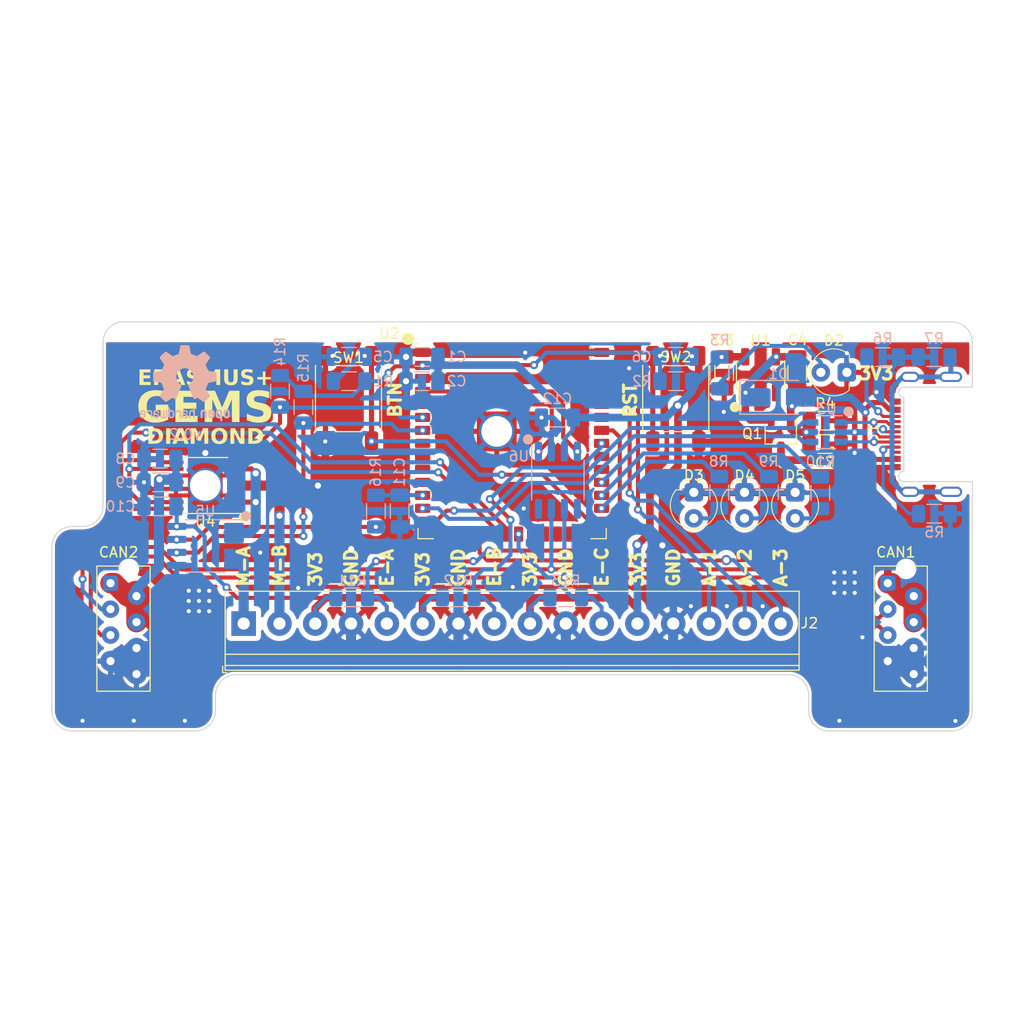
<source format=kicad_pcb>
(kicad_pcb (version 20240108) (generator "pcbnew") (generator_version "8.0")
  (title_block (title "DIAMOND") (date "2024-03-08") (rev "v0.2") (company "GEMS - Graceful Equalising of Mechatronics Students") (comment 2 "Contact: gasper.skulj@fs.uni-lj.si") (comment 3 "2022-1-SI01-KA220-HED-000087727") (comment 4 "Erasmus+ project KA2: Cooperation partnerships in higher education"))
  (layers (0 "F.Cu" signal) (31 "B.Cu" signal) (34 "B.Paste" user) (35 "F.Paste" user) (36 "B.SilkS" user "B.Silkscreen") (37 "F.SilkS" user "F.Silkscreen") (38 "B.Mask" user) (39 "F.Mask" user) (44 "Edge.Cuts" user))
  (net 0 "")
  (net 1 "GND")
  (net 2 "+3V3")
  (net 3 "Net-(Q1-S)")
  (net 4 "Net-(U2-IO0)")
  (net 5 "Net-(U2-EN)")
  (net 7 "VBUS")
  (net 8 "+BATT")
  (net 11 "/CAN+")
  (net 12 "LED_G")
  (net 13 "Net-(D2-PadA)")
  (net 15 "MOT_B")
  (net 16 "MOT_A")
  (net 17 "Net-(J1-CC1)")
  (net 18 "Net-(J1-D--PadA7)")
  (net 19 "Net-(J1-CASE)")
  (net 20 "Net-(J1-CC2)")
  (net 21 "Net-(J1-D+-PadA6)")
  (net 22 "A-3")
  (net 24 "USB_D+")
  (net 25 "USB_D-")
  (net 26 "CAN_RX")
  (net 27 "A-2")
  (net 28 "LED_Y")
  (net 31 "MOT_I")
  (net 33 "CAN_TX")
  (net 37 "E-A")
  (net 44 "E-C")
  (net 46 "PWM_A")
  (net 47 "E-B")
  (net 49 "FAULT_A")
  (net 50 "LED_R")
  (net 52 "A-1")
  (net 53 "FAULT_B")
  (net 54 "PWM_B")
  (net 55 "/CAN-")
  (net 56 "Net-(D3-PadA)")
  (net 57 "Net-(D4-PadA)")
  (net 58 "Net-(D5-PadA)")
  (net 59 "Net-(U5-VIout)")
  (net 60 "Net-(U4-Aout1)")
  (footprint "GEMS_library:LED_D3.0mm" (layer "F.Cu") (at 181.4576 84.9376 180)
    (property "Reference" "D2")
    (property "Value" "Green")
  )
  (footprint "GEMS_library:USB-C_MOLEX-216990-0001" (layer "F.Cu") (at 191.75 91 90)
    (property "Reference" "J1")
    (property "Value" "USB_C_USB2.0")
    (fp_line (start 3.62 -3.45) (end -3.62 -3.45) (stroke (width 0.1)) (layer "Edge.Cuts"))
    (fp_line (start 7 3.25) (end 4.62 3.25) (stroke (width 0.1)) (layer "Edge.Cuts"))
    (fp_line (start 4.62 3.25) (end 4.62 -3.45) (stroke (width 0.1)) (layer "Edge.Cuts"))
    (fp_line (start -4.62 3.25) (end -4.62 -3.45) (stroke (width 0.1)) (layer "Edge.Cuts"))
    (fp_line (start -7 3.25) (end -4.62 3.25) (stroke (width 0.1)) (layer "Edge.Cuts"))
    (fp_arc (start 3.62 -3.45) (mid 4.12 -3.95) (end 4.62 -3.45) (stroke (width 0.1)) (layer "Edge.Cuts"))
    (fp_arc (start -4.62 -3.45) (mid -4.12 -3.95) (end -3.62 -3.45) (stroke (width 0.1)) (layer "Edge.Cuts"))
  )
  (footprint "GEMS_library:C_1206_(3216)" (layer "F.Cu") (at 177.8762 84.9884 -90)
    (property "Reference" "C4")
    (property "Value" "10uF")
  )
  (footprint "GEMS_library:LED_D3.0mm" (layer "F.Cu") (at 167.767 97.9424 -90)
    (property "Reference" "D3")
    (property "Value" "Red")
  )
  (footprint "GEMS_library:SW_PUSH_6mm_SMD" (layer "F.Cu") (at 166 87.5 -90)
    (property "Reference" "SW2")
    (property "Value" "RST")
  )
  (footprint "GEMS_library:C_1206_(3216)" (layer "F.Cu") (at 180.594 91.948)
    (property "Reference" "C7")
    (property "Value" "0.1uF")
  )
  (footprint "GEMS_library:SOT-23" (layer "F.Cu") (at 176.2887 90.9955 -90)
    (property "Reference" "Q1")
    (property "Value" "DMG2305UX-13")
  )
  (footprint "GEMS_library:IDC8_Micro-MaTch" (layer "F.Cu") (at 112 110)
    (property "Reference" "CAN2")
    (property "Value" "CAN_connector")
  )
  (footprint "GEMS_library:C_1206_(3216)" (layer "F.Cu") (at 170.7388 84.9884 -90)
    (property "Reference" "C3")
    (property "Value" "10uF")
  )
  (footprint "GEMS_library:SW_PUSH_6mm_SMD" (layer "F.Cu") (at 134 87.5 -90)
    (property "Reference" "SW1")
    (property "Value" "BTN")
  )
  (footprint "GEMS_library:ESP32-S3-WROOM" (layer "F.Cu") (at 150 91.245)
    (property "Reference" "U2")
    (property "Value" "ESP32-S3-WROOM")
  )
  (footprint "GEMS_library:HTSSOP-16_4.4x5mm_P0.65mm" (layer "F.Cu") (at 120 96 180)
    (property "Reference" "U4")
    (property "Value" "DRV8411")
  )
  (footprint "GEMS_library:LED_D3.0mm" (layer "F.Cu") (at 172.72 97.9424 -90)
    (property "Reference" "D4")
    (property "Value" "Yellow")
  )
  (footprint "GEMS_library:IDC8_Micro-MaTch" (layer "F.Cu") (at 188 110)
    (property "Reference" "CAN1")
    (property "Value" "CAN_connector")
  )
  (footprint "GEMS_library:SOT-89-5" (layer "F.Cu") (at 174.2934 85.1688)
    (property "Reference" "U1")
    (property "Value" "R1170H331B")
  )
  (footprint "GEMS_library:TerminalScrew_1x16_P3.5mm" (layer "F.Cu") (at 150 109.5)
    (property "Reference" "J2")
    (property "Value" "ConnScrew_01x16")
  )
  (footprint "GEMS_library:R_1206_(3216)" (layer "F.Cu") (at 180.6077 89.662)
    (property "Reference" "R4")
    (property "Value" "100k")
  )
  (footprint "GEMS_library:LED_D3.0mm" (layer "F.Cu") (at 177.673 97.9424 -90)
    (property "Reference" "D5")
    (property "Value" "Green")
  )
  (footprint "GEMS_library:C_1206_(3216)" (layer "B.Cu") (at 141.1855 85.8003 180)
    (property "Reference" "C2")
    (property "Value" "0.1uF")
  )
  (footprint "GEMS_library:R_1206_(3216)" (layer "B.Cu") (at 175.1076 96.6724 -90)
    (property "Reference" "R9")
    (property "Value" "240")
  )
  (footprint "GEMS_library:C_1206_(3216)" (layer "B.Cu") (at 134.0612 83.4136 180)
    (property "Reference" "C5")
    (property "Value" "0.1uF")
  )
  (footprint "GEMS_library:R_1206_(3216)" (layer "B.Cu") (at 129.5908 88.3412 90)
    (property "Reference" "R15")
    (property "Value" "10k")
  )
  (footprint "GEMS_library:DO-214_(SMA)" (layer "B.Cu") (at 176.022 87.376)
    (property "Reference" "D1")
    (property "Value" "XBS306")
  )
  (footprint "GEMS_library:C_1206_(3216)" (layer "B.Cu") (at 115.57 98.044 180)
    (property "Reference" "C10")
    (property "Value" "0.1uF")
  )
  (footprint "GEMS_library:R_1206_(3216)" (layer "B.Cu") (at 170.2816 84.9884 -90)
    (property "Reference" "R3")
    (property "Value" "240")
  )
  (footprint "GEMS_library:R_1206_(3216)" (layer "B.Cu") (at 186.2316 83.45)
    (property "Reference" "R6")
    (property "Value" "5.1k")
  )
  (footprint "GEMS_library:C_1206_(3216)" (layer "B.Cu") (at 115.57 93.3704 180)
    (property "Reference" "C8")
    (property "Value" "10uF")
  )
  (footprint "GEMS_library:R_1206_(3216)" (layer "B.Cu") (at 170.2562 96.6724 -90)
    (property "Reference" "R8")
    (property "Value" "240")
  )
  (footprint "GEMS_library:C_1206_(3216)" (layer "B.Cu") (at 141.1855 83.425 180)
    (property "Reference" "C1")
    (property "Value" "10uF")
  )
  (footprint "GEMS_library:R_1206_(3216)" (layer "B.Cu") (at 166.0144 85.8012 180)
    (property "Reference" "R2")
    (property "Value" "100k")
  )
  (footprint "GEMS_library:R_1206_(3216)" (layer "B.Cu") (at 155.2448 106.934 180)
    (property "Reference" "R13")
    (property "Value" "10k")
  )
  (footprint "GEMS_library:R_1206_(3216)" (layer "B.Cu") (at 180.1368 96.7232 -90)
    (property "Reference" "R10")
    (property "Value" "240")
  )
  (footprint "GEMS_library:SOT-23-6" (layer "B.Cu") (at 180.7464 90.7796 180)
    (property "Reference" "U3")
    (property "Value" "USBLC6-2SC6")
  )
  (footprint "GEMS_library:R_1206_(3216)" (layer "B.Cu") (at 191.262 83.45 180)
    (property "Reference" "R7")
    (property "Value" "1M")
  )
  (footprint "GEMS_library:R_1206_(3216)" (layer "B.Cu") (at 127.3048 86.7924 90)
    (property "Reference" "R14")
    (property "Value" "10k")
  )
  (footprint "GEMS_library:R_1206_(3216)" (layer "B.Cu") (at 144.7292 106.934 180)
    (property "Reference" "R12")
    (property "Value" "10k")
  )
  (footprint "GEMS_library:C_1206_(3216)" (layer "B.Cu") (at 115.57 95.69 180)
    (property "Reference" "C9")
    (property "Value" "0.1uF")
  )
  (footprint "Symbol:OSHW-Logo2_9.8x8mm_SilkScreen" (layer "B.Cu") (at 118 86 180)
    (property "Reference" "REF**" (hide yes))
    (property "Value" "OSHW-Logo2_9.8x8mm_SilkScreen" (hide yes))
  )
  (footprint "GEMS_library:C_1206_(3216)" (layer "B.Cu") (at 166 83.4136)
    (property "Reference" "C6")
    (property "Value" "0.1uF")
  )
  (footprint "GEMS_library:C_1206_(3216)" (layer "B.Cu") (at 139.0011 98.5012 -90)
    (property "Reference" "C11")
    (property "Value" "0.1uF")
  )
  (footprint "GEMS_library:R_1206_(3216)" (layer "B.Cu") (at 134.0612 85.8012 180)
    (property "Reference" "R1")
    (property "Value" "100k")
  )
  (footprint "GEMS_library:R_1206_(3216)" (layer "B.Cu") (at 136.678 98.5012 90)
    (property "Reference" "R16")
    (property "Value" "10k")
  )
  (footprint "GEMS_library:R_1206_(3216)" (layer "B.Cu") (at 191.2868 98.7552)
    (property "Reference" "R5")
    (property "Value" "5.1k")
  )
  (footprint "GEMS_library:C_1206_(3216)" (layer "B.Cu") (at 154.432 89.3572 180)
    (property "Reference" "C12")
    (property "Value" "0.1uF")
  )
  (footprint "GEMS_library:R_1206_(3216)" (layer "B.Cu") (at 134.3152 106.934 180)
    (property "Reference" "R11")
    (property "Value" "10k")
  )
  (footprint "GEMS_library:SOIC-8" (layer "B.Cu") (at 120 101.905 180)
    (property "Reference" "U5")
    (property "Value" "ACS71240")
  )
  (footprint "GEMS_library:SOIC-8" (layer "B.Cu") (at 154.4747 95.4809 -90)
    (property "Reference" "U6")
    (property "Value" "TCAN332DR")
  )
  (gr_arc (start 177 114.5) (mid 178.414214 115.085786) (end 179 116.5) (stroke (width 0.1)) (layer "Edge.Cuts"))
  (gr_line (start 112 80) (end 193 80) (stroke (width 0.1)) (layer "Edge.Cuts"))
  (gr_line (start 195 82) (end 195 84) (stroke (width 0.1)) (layer "Edge.Cuts"))
  (gr_arc (start 105 102) (mid 105.585786 100.585786) (end 107 100) (stroke (width 0.1)) (layer "Edge.Cuts"))
  (gr_arc (start 181 120) (mid 179.585786 119.414214) (end 179 118) (stroke (width 0.1)) (layer "Edge.Cuts"))
  (gr_line (start 179 116.5) (end 179 118) (stroke (width 0.1)) (layer "Edge.Cuts"))
  (gr_line (start 123 114.5) (end 177 114.5) (stroke (width 0.1)) (layer "Edge.Cuts"))
  (gr_line (start 193 120) (end 181 120) (stroke (width 0.1)) (layer "Edge.Cuts"))
  (gr_line (start 119 120) (end 107 120) (stroke (width 0.1)) (layer "Edge.Cuts"))
  (gr_arc (start 121 116.5) (mid 121.585786 115.085786) (end 123 114.5) (stroke (width 0.1)) (layer "Edge.Cuts"))
  (gr_line (start 110 98) (end 110 82) (stroke (width 0.1)) (layer "Edge.Cuts"))
  (gr_line (start 121 116.5) (end 121 118) (stroke (width 0.1)) (layer "Edge.Cuts"))
  (gr_line (start 107 100) (end 108 100) (stroke (width 0.1)) (layer "Edge.Cuts"))
  (gr_line (start 195 118) (end 195 98) (stroke (width 0.1)) (layer "Edge.Cuts"))
  (gr_arc (start 107 120) (mid 105.585786 119.414214) (end 105 118) (stroke (width 0.1)) (layer "Edge.Cuts"))
  (gr_arc (start 195 118) (mid 194.414214 119.414214) (end 193 120) (stroke (width 0.1)) (layer "Edge.Cuts"))
  (gr_arc (start 110 82) (mid 110.585786 80.585786) (end 112 80) (stroke (width 0.1)) (layer "Edge.Cuts"))
  (gr_arc (start 110 98) (mid 109.414214 99.414214) (end 108 100) (stroke (width 0.1)) (layer "Edge.Cuts"))
  (gr_arc (start 121 118) (mid 120.414214 119.414214) (end 119 120) (stroke (width 0.1)) (layer "Edge.Cuts"))
  (gr_line (start 105 118) (end 105 102) (stroke (width 0.1)) (layer "Edge.Cuts"))
  (gr_arc (start 193 80) (mid 194.414214 80.585786) (end 195 82) (stroke (width 0.1)) (layer "Edge.Cuts"))
  (gr_text "v0.2" (at 118 91 0) (layer "B.SilkS") (effects (font (size 1 1)) (justify mirror)))
  (gr_text "E-B" (at 148.96 106.045 90) (layer "F.SilkS") (effects (font (size 1.2 1.2) (thickness 0.3) (bold yes)) (justify left bottom)))
  (gr_text "GND" (at 134.96 106.045 90) (layer "F.SilkS") (effects (font (size 1.2 1.2) (thickness 0.3) (bold yes)) (justify left bottom)))
  (gr_text "3V3" (at 183.75 85.75 0) (layer "F.SilkS") (effects (font (size 1.2 1.2) (thickness 0.3) (bold yes)) (justify left bottom)))
  (gr_text "BTN" (at 139.25 89.5 90) (layer "F.SilkS") (effects (font (size 1.2 1.2) (thickness 0.3) (bold yes)) (justify left bottom)))
  (gr_text "3V3" (at 141.96 106.045 90) (layer "F.SilkS") (effects (font (size 1.2 1.2) (thickness 0.3) (bold yes)) (justify left bottom)))
  (gr_text "3V3" (at 152.46 106.045 90) (layer "F.SilkS") (effects (font (size 1.2 1.2) (thickness 0.3) (bold yes)) (justify left bottom)))
  (gr_text "ERASMUS+" (at 120 85.5508 0) (layer "F.SilkS") (effects (font (size 1.5 1.5) (thickness 0.2) (bold yes))))
  (gr_text "GND" (at 145.46 106.045 90) (layer "F.SilkS") (effects (font (size 1.2 1.2) (thickness 0.3) (bold yes)) (justify left bottom)))
  (gr_text "DIAMOND" (at 120 91.3008 0) (layer "F.SilkS") (effects (font (size 1.5 1.5) (thickness 0.2) (bold yes))))
  (gr_text "A-2" (at 173.46 106.045 90) (layer "F.SilkS") (effects (font (size 1.2 1.2) (thickness 0.3) (bold yes)) (justify left bottom)))
  (gr_text "A-1" (at 169.96 106.045 90) (layer "F.SilkS") (effects (font (size 1.2 1.2) (thickness 0.3) (bold yes)) (justify left bottom)))
  (gr_text "GND" (at 155.96 106.045 90) (layer "F.SilkS") (effects (font (size 1.2 1.2) (thickness 0.3) (bold yes)) (justify left bottom)))
  (gr_text "A-3" (at 176.96 106.045 90) (layer "F.SilkS") (effects (font (size 1.2 1.2) (thickness 0.3) (bold yes)) (justify left bottom)))
  (gr_text "M-A" (at 124.46 106.045 90) (layer "F.SilkS") (effects (font (size 1.2 1.2) (thickness 0.3) (bold yes)) (justify left bottom)))
  (gr_text "E-A" (at 138.46 106.045 90) (layer "F.SilkS") (effects (font (size 1.2 1.2) (thickness 0.3) (bold yes)) (justify left bottom)))
  (gr_text "3V3" (at 131.46 106.045 90) (layer "F.SilkS") (effects (font (size 1.2 1.2) (thickness 0.3) (bold yes)) (justify left bottom)))
  (gr_text "3V3" (at 162.96 106.045 90) (layer "F.SilkS") (effects (font (size 1.2 1.2) (thickness 0.3) (bold yes)) (justify left bottom)))
  (gr_text "RST" (at 162.25 89.5 90) (layer "F.SilkS") (effects (font (size 1.2 1.2) (thickness 0.3) (bold yes)) (justify left bottom)))
  (gr_text "GEMS" (at 120 88.5508 0) (layer "F.SilkS") (effects (font (size 3 3) (thickness 0.4) (bold yes))))
  (gr_text "M-B" (at 127.96 106.045 90) (layer "F.SilkS") (effects (font (size 1.2 1.2) (thickness 0.3) (bold yes)) (justify left bottom)))
  (gr_text "GND" (at 166.46 106.045 90) (layer "F.SilkS") (effects (font (size 1.2 1.2) (thickness 0.3) (bold yes)) (justify left bottom)))
  (gr_text "E-C" (at 159.46 106.045 90) (layer "F.SilkS") (effects (font (size 1.2 1.2) (thickness 0.3) (bold yes)) (justify left bottom)))
  (segment (start 138.176 94.1832) (end 139.623 92.7362) (width 0.75) (layer "F.Cu") (net 1))
  (segment (start 183.5404 88.392) (end 185.0644 86.868) (width 0.5) (layer "F.Cu") (net 1))
  (segment (start 131.7244 91.694) (end 131.75 95.2752) (width 0.75) (layer "F.Cu") (net 1))
  (segment (start 117.1375 96.975) (end 119.025 96.975) (width 0.4) (layer "F.Cu") (net 1))
  (segment (start 187.1472 94.2848) (end 187.1472 94.1324) (width 0.3) (layer "F.Cu") (net 1))
  (segment (start 112 113.17) (end 113.27 114.44) (width 2) (layer "F.Cu") (net 1))
  (segment (start 178.7013 87.376) (end 177.8762 86.5509) (width 0.75) (layer "F.Cu") (net 1))
  (segment (start 132.4356 83.325) (end 131.75 83.325) (width 0.5) (layer "F.Cu") (net 1))
  (segment (start 120.975 95.025) (end 120 96) (width 0.4) (layer "F.Cu") (net 1))
  (segment (start 120.975 96.975) (end 120 96) (width 0.4) (layer "F.Cu") (net 1))
  (segment (start 166.7764 96.6724) (end 167.767 96.6724) (width 0.75) (layer "F.Cu") (net 1))
  (segment (start 187.6 87.65) (end 187.178 87.65) (width 0.3) (layer "F.Cu") (net 1))
  (segment (start 183.4896 88.4428) (end 183.4896 89.662) (width 0.5) (layer "F.Cu") (net 1))
  (segment (start 183.4896 90.7796) (end 182.1577 90.7796) (width 0.5) (layer "F.Cu") (net 1))
  (segment (start 168.2122 83.3628) (end 168.25 83.325) (width 0.5) (layer "F.Cu") (net 1))
  (segment (start 183.5404 88.392) (end 183.4896 88.4428) (width 0.5) (layer "F.Cu") (net 1))
  (segment (start 182.1577 90.7796) (end 182.1577 91.9468) (width 0.5) (layer "F.Cu") (net 1))
  (segment (start 167.7416 96.647) (end 167.7416 94.3864) (width 0.75) (layer "F.Cu") (net 1))
  (segment (start 182.1577 91.9468) (end 182.1565 91.948) (width 0.5) (layer "F.Cu") (net 1))
  (segment (start 164.6936 101.854) (end 164.6936 98.7552) (width 0.75) (layer "F.Cu") (net 1))
  (segment (start 132.842 94.1832) (end 138.176 94.1832) (width 0.75) (layer "F.Cu") (net 1))
  (segment (start 183.4896 92.8116) (end 184.912 94.234) (width 0.5) (layer "F.Cu") (net 1))
  (segment (start 187.2124 94.35) (end 187.1472 94.2848) (width 0.3) (layer "F.Cu") (net 1))
  (segment (start 185.0644 86.868) (end 185.6232 86.868) (width 0.5) (layer "F.Cu") (net 1))
  (segment (start 168.25 86.5124) (end 168.25 83.325) (width 0.75) (layer "F.Cu") (net 1))
  (segment (start 182.1577 89.662) (end 182.1577 90.7796) (width 0.5) (layer "F.Cu") (net 1))
  (segment (start 187.2132 87.95) (end 187.6 87.95) (width 0.3) (layer "F.Cu") (net 1))
  (segment (start 177.8762 86.5509) (end 176.4941 85.1688) (width 0.75) (layer "F.Cu") (net 1))
  (segment (start 170.7388 86.5509) (end 168.2885 86.5509) (width 0.75) (layer "F.Cu") (net 1))
  (segment (start 141.25 82.99) (end 151.2652 82.99) (width 0.75) (layer "F.Cu") (net 1))
  (segment (start 185.6232 86.868) (end 186.1652 86.868) (width 0.5) (layer "F.Cu") (net 1))
  (segment (start 187.2296 94.05) (end 187.6 94.05) (width 0.3) (layer "F.Cu") (net 1))
  (segment (start 187.1472 94.1324) (end 187.2296 94.05) (width 0.3) (layer "F.Cu") (net 1))
  (segment (start 188 113.17) (end 186.73 113.17) (width 2) (layer "F.Cu") (net 1))
  (segment (start 187.1472 87.6808) (end 187.1472 87.884) (width 0.3) (layer "F.Cu") (net 1))
  (segment (start 183.4896 89.662) (end 182.1577 89.662) (width 0.5) (layer "F.Cu") (net 1))
  (segment (start 151.2996 82.99) (end 158.75 82.99) (width 0.75) (layer "F.Cu") (net 1))
  (segment (start 131.0132 96.012) (end 132.842 94.1832) (width 0.75) (layer "F.Cu") (net 1))
  (segment (start 168.2885 86.5509) (end 168.25 86.5124) (width 0.75) (layer "F.Cu") (net 1))
  (segment (start 139.623 83.425) (end 140.058 82.99) (width 0.75) (layer "F.Cu") (net 1))
  (segment (start 117.1375 96.325) (end 119.675 96.325) (width 0.4) (layer "F.Cu") (net 1))
  (segment (start 151.2824 83.0072) (end 151.2996 82.99) (width 0.75) (layer "F.Cu") (net 1))
  (segment (start 164.6936 98.7552) (end 166.7764 96.6724) (width 0.75) (layer "F.Cu") (net 1))
  (segment (start 119.675 96.325) (end 120 96) (width 0.4) (layer "F.Cu") (net 1))
  (segment (start 113.27 111.9) (end 113.27 114.44) (width 2) (layer "F.Cu") (net 1))
  (segment (start 187.178 87.65) (end 187.1472 87.6808) (width 0.3) (layer "F.Cu") (net 1))
  (segment (start 131.75 83.325) (end 131.75 91.675) (width 0.5) (layer "F.Cu") (net 1))
  (segment (start 117.1375 95.025) (end 119.025 95.025) (width 0.4) (layer "F.Cu") (net 1))
  (segment (start 172.72 96.6724) (end 177.673 96.6724) (width 0.75) (layer "F.Cu") (net 1))
  (segment (start 151.2652 82.99) (end 151.2824 83.0072) (width 0.75) (layer "F.Cu") (net 1))
  (segment (start 187.6 94.35) (end 187.2124 94.35) (width 0.3) (layer "F.Cu") (net 1))
  (segment (start 172.1209 85.1688) (end 170.7388 86.5509) (width 0.75) (layer "F.Cu") (net 1))
  (segment (start 131.75 95.2752) (end 131.0132 96.012) (width 0.5) (layer "F.Cu") (net 1))
  (segment (start 186.1652 86.868) (end 187.1472 87.85) (width 0.5) (layer "F.Cu") (net 1))
  (segment (start 183.0832 87.376) (end 178.7013 87.376) (width 0.75) (layer "F.Cu") (net 1))
  (segment (start 187.1472 87.884) (end 187.2132 87.95) (width 0.3) (layer "F.Cu") (net 1))
  (segment (start 139.623 92.7362) (end 139.623 85.8003) (width 0.75) (layer "F.Cu") (net 1))
  (segment (start 131.75 91.675) (end 131.7244 91.694) (width 0.5) (layer "F.Cu") (net 1))
  (segment (start 117.1375 96.325) (end 114.6425 96.325) (width 0.4) (layer "F.Cu") (net 1))
  (segment (start 168.25 93.878) (end 168.25 91.675) (width 0.75) (layer "F.Cu") (net 1))
  (segment (start 189.27 111.9) (end 189.27 114.44) (width 2) (layer "F.Cu") (net 1))
  (segment (start 167.7416 94.3864) (end 168.25 93.878) (width 0.75) (layer "F.Cu") (net 1))
  (segment (start 119.025 96.975) (end 120 96) (width 0.4) (layer "F.Cu") (net 1))
  (segment (start 174.2934 85.1688) (end 172.1209 85.1688) (width 0.75) (layer "F.Cu") (net 1))
  (segment (start 189.27 111.9) (end 188 113.17) (width 2) (layer "F.Cu") (net 1))
  (segment (start 183.5912 87.884) (end 183.0832 87.376) (width 0.75) (layer "F.Cu") (net 1))
  (segment (start 183.4896 92.8116) (end 183.4896 88.4428) (width 0.5) (layer "F.Cu") (net 1))
  (segment (start 184.912 94.234) (end 187.0964 94.234) (width 0.5) (layer "F.Cu") (net 1))
  (segment (start 112 113.17) (end 113.27 111.9) (width 2) (layer "F.Cu") (net 1))
  (segment (start 119.025 95.025) (end 120 96) (width 0.4) (layer "F.Cu") (net 1))
  (segment (start 168.25 91.675) (end 168.25 86.5124) (width 0.75) (layer "F.Cu") (net 1))
  (segment (start 110.73 113.17) (end 112 113.17) (width 2) (layer "F.Cu") (net 1))
  (segment (start 122.8625 96.975) (end 120.975 96.975) (width 0.4) (layer "F.Cu") (net 1))
  (segment (start 176.4941 85.1688) (end 174.2934 85.1688) (width 0.75) (layer "F.Cu") (net 1))
  (segment (start 120 96) (end 120 92.822) (width 1) (layer "F.Cu") (net 1))
  (segment (start 167.5892 83.3628) (end 168.2122 83.3628) (width 0.5) (layer "F.Cu") (net 1))
  (segment (start 167.767 96.6724) (end 167.7416 96.647) (width 0.75) (layer "F.Cu") (net 1))
  (segment (start 140.058 82.99) (end 141.25 82.99) (width 0.75) (layer "F.Cu") (net 1))
  (segment (start 114.6425 96.325) (end 114.0075 95.69) (width 0.4) (layer "F.Cu") (net 1))
  (segment (start 167.767 96.6724) (end 172.72 96.6724) (width 0.75) (layer "F.Cu") (net 1))
  (segment (start 189.27 114.44) (end 188 113.17) (width 2) (layer "F.Cu") (net 1))
  (segment (start 122.8625 95.025) (end 120.975 95.025) (width 0.4) (layer "F.Cu") (net 1))
  (via (at 183.5 104.5) (size 0.8) (drill 0.4) (layers "F.Cu" "B.Cu") (net 1))
  (via (at 183.5 105.5) (size 0.8) (drill 0.4) (layers "F.Cu" "B.Cu") (net 1))
  (via (at 170.688 88.7984) (size 0.8) (drill 0.4) (layers "F.Cu" "B.Cu") (net 1))
  (via (at 181.5 105.5) (size 0.8) (drill 0.4) (layers "F.Cu" "B.Cu") (net 1))
  (via (at 132.4356 83.325) (size 0.8) (drill 0.4) (layers "F.Cu" "B.Cu") (net 1))
  (via (at 181.5 106.5) (size 0.8) (drill 0.4) (layers "F.Cu" "B.Cu") (net 1))
  (via (at 181.5 104.5) (size 0.8) (drill 0.4) (layers "F.Cu" "B.Cu") (net 1))
  (via (at 119.38 108.2896) (size 0.8) (drill 0.4) (layers "F.Cu" "B.Cu") (net 1))
  (via (at 119.38 106.2896) (size 0.8) (drill 0.4) (layers "F.Cu" "B.Cu") (net 1))
  (via (at 120.38 106.2896) (size 0.8) (drill 0.4) (layers "F.Cu" "B.Cu") (net 1))
  (via (at 129.0828 106.0196) (size 0.8) (drill 0.4) (layers "F.Cu" "B.Cu") (net 1))
  (via (at 114.0075 95.69) (size 0.8) (drill 0.4) (layers "F.Cu" "B.Cu") (net 1))
  (via (at 183.4896 90.7796) (size 0.8) (drill 0.4) (layers "F.Cu" "B.Cu") (net 1))
  (via (at 182.7276 83.058) (size 0.8) (drill 0.4) (layers "F.Cu" "B.Cu") (net 1))
  (via (at 131.7244 91.694) (size 0.8) (drill 0.4) (layers "F.Cu" "B.Cu") (net 1))
  (via (at 193.3448 119.0244) (size 0.8) (drill 0.4) (layers "F.Cu" "B.Cu") (net 1))
  (via (at 125.3744 102.5652) (size 0.8) (drill 0.4) (layers "F.Cu" "B.Cu") (net 1))
  (via (at 120.38 107.2896) (size 0.8) (drill 0.4) (layers "F.Cu" "B.Cu") (net 1))
  (via (at 113 119) (size 0.8) (drill 0.4) (layers "F.Cu" "B.Cu") (net 1))
  (via (at 139.623 85.8003) (size 1) (drill 0.6) (layers "F.Cu" "B.Cu") (net 1))
  (via (at 118 119) (size 0.8) (drill 0.4) (layers "F.Cu" "B.Cu") (net 1))
  (via (at 134.2644 102.2096) (size 1) (drill 0.6) (layers "F.Cu" "B.Cu") (net 1))
  (via (at 167.4876 107.7976) (size 0.8) (drill 0.4) (layers "F.Cu" "B.Cu") (net 1))
  (via (at 118.38 108.2896) (size 0.8) (drill 0.4) (layers "F.Cu" "B.Cu") (net 1))
  (via (at 164.6936 101.854) (size 1) (drill 0.6) (layers "F.Cu" "B.Cu") (net 1))
  (via (at 151.13 98.2472) (size 0.8) (drill 0.4) (layers "F.Cu" "B.Cu") (net 1))
  (via (at 170.9928 107.7976) (size 0.8) (drill 0.4) (layers "F.Cu" "B.Cu") (net 1))
  (via (at 120 92.822) (size 1) (drill 0.6) (layers "F.Cu" "B.Cu") (net 1))
  (via (at 161.4424 84.5312) (size 0.8) (drill 0.4) (layers "F.Cu" "B.Cu") (net 1))
  (via (at 118.38 106.2896) (size 0.8) (drill 0.4) (layers "F.Cu" "B.Cu") (net 1))
  (via (at 182.5 104.5) (size 0.8) (drill 0.4) (layers "F.Cu" "B.Cu") (net 1))
  (via (at 120.38 108.2896) (size 0.8) (drill 0.4) (layers "F.Cu" "B.Cu") (net 1))
  (via (at 150.0632 105.918) (size 0.8) (drill 0.4) (layers "F.Cu" "B.Cu") (net 1))
  (via (at 108 119) (size 0.8) (drill 0.4) (layers "F.Cu" "B.Cu") (net 1))
  (via (at 131.0132 96.012) (size 1) (drill 0.6) (layers "F.Cu" "B.Cu") (net 1))
  (via (at 184.2516 110.8456) (size 0.8) (drill 0.4) (layers "F.Cu" "B.Cu") (net 1))
  (via (at 152.8695 89.3572) (size 0.8) (drill 0.4) (layers "F.Cu" "B.Cu") (net 1))
  (via (at 183.4896 92.8116) (size 0.8) (drill 0.4) (layers "F.Cu" "B.Cu") (net 1))
  (via (at 167.5892 83.3628) (size 0.8) (drill 0.4) (layers "F.Cu" "B.Cu") (net 1))
  (via (at 174.498 107.7976) (size 0.8) (drill 0.4) (layers "F.Cu" "B.Cu") (net 1))
  (via (at 119.38 107.2896) (size 0.8) (drill 0.4) (layers "F.Cu" "B.Cu") (net 1))
  (via (at 151.2824 83.0072) (size 0.8) (drill 0.4) (layers "F.Cu" "B.Cu") (net 1))
  (via (at 139.623 83.425) (size 1) (drill 0.6) (layers "F.Cu" "B.Cu") (net 1))
  (via (at 182 119) (size 0.8) (drill 0.4) (layers "F.Cu" "B.Cu") (net 1))
  (via (at 118.38 107.2896) (size 0.8) (drill 0.4) (layers "F.Cu" "B.Cu") (net 1))
  (via (at 182.5 105.5) (size 0.8) (drill 0.4) (layers "F.Cu" "B.Cu") (net 1))
  (via (at 185.6232 86.868) (size 0.8) (drill 0.4) (layers "F.Cu" "B.Cu") (net 1))
  (via (at 182.5 106.5) (size 0.8) (drill 0.4) (layers "F.Cu" "B.Cu") (net 1))
  (via (at 183.5 106.5) (size 0.8) (drill 0.4) (layers "F.Cu" "B.Cu") (net 1))
  (segment (start 114.0075 98.044) (end 114.0075 95.69) (width 0.75) (layer "B.Cu") (net 1))
  (segment (start 114.4034 91.8954) (end 120.0404 91.8954) (width 0.75) (layer "B.Cu") (net 1))
  (segment (start 128.9112 95.9612) (end 130.9624 95.9612) (width 1) (layer "B.Cu") (net 1))
  (segment (start 152.8695 90.4871) (end 152.8695 89.3572) (width 0.4) (layer "B.Cu") (net 1))
  (segment (start 182.7276 83.058) (end 182.7276 84.9376) (width 0.5) (layer "B.Cu") (net 1))
  (segment (start 185.193755 112.7) (end 185.673755 113.18) (width 3) (layer "B.Cu") (net 1))
  (segment (start 144.78 112.7) (end 155.2448 112.7) (width 3) (layer "B.Cu") (net 1))
  (segment (start 187.99 113.18) (end 188 113.17) (width 3) (layer "B.Cu") (net 1))
  (segment (start 112 113.17) (end 113.27 111.9) (width 2) (layer "B.Cu") (net 1))
  (segment (start 185.6232 86.868) (end 185.6232 86.0044) (width 0.5) (layer "B.Cu") (net 1))
  (segment (start 139.2936 102.2096) (end 139.0011 101.9171) (width 0.4) (layer "B.Cu") (net 1))
  (segment (start 155.25 112.6948) (end 155.2448 112.7) (width 1) (layer "B.Cu") (net 1))
  (segment (start 165.75 112.6896) (end 165.7604 112.7) (width 1) (layer "B.Cu") (net 1))
  (segment (start 155.2448 112.7) (end 165.7604 112.7) (width 3) (layer "B.Cu") (net 1))
  (segment (start 153.8397 91.4573) (end 152.8695 90.4871) (width 0.4) (layer "B.Cu") (net 1))
  (segment (start 139.2936 102.2096) (end 143.5608 102.2096) (width 1) (layer "B.Cu") (net 1))
  (segment (start 134.25 102.224) (end 134.25 109.5) (width 1) (layer "B.Cu") (net 1))
  (segment (start 155.25 109.5) (end 155.25 112.6948) (width 1) (layer "B.Cu") (net 1))
  (segment (start 187.7816 83.846) (end 187.7816 83.45) (width 0.5) (layer "B.Cu") (net 1))
  (segment (start 189.27 111.9) (end 189.27 113.5) (width 2) (layer "B.Cu") (net 1))
  (segment (start 165.7604 109.4896) (end 165.75 109.5) (width 0.75) (layer "B.Cu") (net 1))
  (segment (start 114.4268 112.7) (end 134.2136 112.7) (width 3) (layer "B.Cu") (net 1))
  (segment (start 124.8454 91.8954) (end 120.0404 91.8954) (width 1) (layer "B.Cu") (net 1))
  (segment (start 188 113.17) (end 186.73 113.17) (width 2) (layer "B.Cu") (net 1))
  (segment (start 144.75 109.5) (end 144.75 112.67) (width 1) (layer "B.Cu") (net 1))
  (segment (start 165.7604 107.442) (end 165.7604 109.4896) (width 0.75) (layer "B.Cu") (net 1))
  (segment (start 185.6232 86.0044) (end 187.7816 83.846) (width 0.5) (layer "B.Cu") (net 1))
  (segment (start 120 92.822) (end 120 91.9358) (width 1) (layer "B.Cu") (net 1))
  (segment (start 139.2936 102.2096) (end 134.2644 102.2096) (width 1) (layer "B.Cu") (net 1))
  (segment (start 165.75 109.5) (end 165.75 112.6896) (width 1) (layer "B.Cu") (net 1))
  (segment (start 134.25 102.1952) (end 134.2644 102.2096) (width 1) (layer "B.Cu") (net 1))
  (segment (start 139.623 83.425) (end 139.623 85.8003) (width 0.75) (layer "B.Cu") (net 1))
  (segment (start 134.25 99.2488) (end 134.25 102.1952) (width 1) (layer "B.Cu") (net 1))
  (segment (start 114.0075 92.2913) (end 114.4034 91.8954) (width 0.75) (layer "B.Cu") (net 1))
  (segment (start 164.6936 106.3752) (end 165.7604 107.442) (width 0.75) (layer "B.Cu") (net 1))
  (segment (start 185.673755 113.18) (end 187.99 113.18) (width 3) (layer "B.Cu") (net 1))
  (segment (start 189.27 111.9) (end 188 113.17) (width 2) (layer "B.Cu") (net 1))
  (segment (start 120 91.9358) (end 120.0404 91.8954) (width 0.75) (layer "B.Cu") (net 1))
  (segment (start 187.7816 83.45) (end 189.712 83.45) (width 0.5) (layer "B.Cu") (net 1))
  (segment (start 134.25 112.6636) (end 134.2136 112.7) (width 1) (layer "B.Cu") (net 1))
  (segment (start 188.94 113.17) (end 189.27 113.5) (width 2) (layer "B.Cu") (net 1))
  (segment (start 144.75 103.3988) (end 144.75 109.5) (width 1) (layer "B.Cu") (net 1))
  (segment (start 110.73 113.17) (end 112 113.17) (width 2) (layer "B.Cu") (net 1))
  (segment (start 134.25 109.5) (end 134.25 112.6636) (width 1) (layer "B.Cu") (net 1))
  (segment (start 113.9568 113.17) (end 114.4268 112.7) (width 3) (layer "B.Cu") (net 1))
  (segment (start 139.0011 101.9171) (end 139.0011 100.0637) (width 0.4) (layer "B.Cu") (net 1))
  (segment (start 188 113.17) (end 189.27 114.44) (width 2) (layer "B.Cu") (net 1))
  (segment (start 114.0075 93.3704) (end 114.0075 92.2913) (width 0.75) (layer "B.Cu") (net 1))
  (segment (start 143.5608 102.2096) (end 144.75 103.3988) (width 1) (layer "B.Cu") (net 1))
  (segment (start 164.6936 101.854) (end 164.6936 106.3752) (width 0.75) (layer "B.Cu") (net 1))
  (segment (start 134.2136 112.7) (end 144.78 112.7) (width 3) (layer "B.Cu") (net 1))
  (segment (start 130.9624 95.9612) (end 134.25 99.2488) (width 1) (layer "B.Cu") (net 1))
  (segment (start 112 113.17) (end 113.27 114.44) (width 2) (layer "B.Cu") (net 1))
  (segment (start 114.0075 95.69) (end 114.0075 93.3704) (width 0.75) (layer "B.Cu") (net 1))
  (segment (start 189.27 113.5) (end 189.27 114.44) (width 2) (layer "B.Cu") (net 1))
  (segment (start 139.623 85.5472) (end 139.623 85.5349) (width 0.75) (layer "B.Cu") (net 1))
  (segment (start 144.75 112.67) (end 144.78 112.7) (width 1) (layer "B.Cu") (net 1))
  (segment (start 128.9112 95.9612) (end 124.8454 91.8954) (width 1) (layer "B.Cu") (net 1))
  (segment (start 183.4896 90.7796) (end 182.1464 90.7796) (width 0.5) (layer "B.Cu") (net 1))
  (segment (start 153.8397 92.6809) (end 153.8397 91.4573) (width 0.4) (layer "B.Cu") (net 1))
  (segment (start 165.7604 112.7) (end 185.193755 112.7) (width 3) (layer "B.Cu") (net 1))
  (segment (start 112 113.17) (end 113.9568 113.17) (width 3) (layer "B.Cu") (net 1))
  (segment (start 134.2644 102.2096) (end 134.25 102.224) (width 1) (layer "B.Cu") (net 1))
  (segment (start 122.4788 99.06) (end 119.9388 99.06) (width 0.4) (layer "F.Cu") (net 2))
  (segment (start 162.25 108.0112) (end 161.2236 106.9848) (width 0.75) (layer "F.Cu") (net 2))
  (segment (start 138.5604 84.35) (end 137.922 84.9884) (width 0.4) (layer "F.Cu") (net 2))
  (segment (start 131.7752 106.9848) (end 130.75 108.01) (width 0.75) (layer "F.Cu") (net 2))
  (segment (start 141.224 106.9848) (end 131.7752 106.9848) (width 0.75) (layer "F.Cu") (net 2))
  (segment (start 161.2236 106.9848) (end 151.7904 106.9848) (width 0.75) (layer "F.Cu") (net 2))
  (segment (start 141.25 84.26) (end 141.16 84.35) (width 0.4) (layer "F.Cu") (net 2))
  (segment (start 170.4973 83.4259) (end 170.7388 83.4259) (width 0.5) (layer "F.Cu") (net 2))
  (segment (start 170.4848 83.4384) (end 170.5044 83.4188) (width 0.75) (layer "F.Cu") (net 2))
  (segment (start 170.4848 83.4384) (end 170.4973 83.4259) (width 0.5) (layer "F.Cu") (net 2))
  (segment (start 170.5044 83.4188) (end 172.7934 83.4188) (width 0.75) (layer "F.Cu") (net 2))
  (segment (start 122.8625 98.6763) (end 122.4788 99.06) (width 0.4) (layer "F.Cu") (net 2))
  (segment (start 118.9988 100) (end 117.2 100) (width 0.4) (layer "F.Cu") (net 2))
  (segment (start 123.0884 106.9848) (end 131.7752 106.9848) (width 0.4) (layer "F.Cu") (net 2))
  (segment (start 151.75 107.0252) (end 151.75 109.5) (width 0.75) (layer "F.Cu") (net 2))
  (segment (start 166.2176 88.1888) (end 166.2176 94.0816) (width 0.75) (layer "F.Cu") (net 2))
  (segment (start 141.25 107.0108) (end 141.25 109.5) (width 0.75) (layer "F.Cu") (net 2))
  (segment (start 119.9388 99.06) (end 118.9988 100) (width 0.4) (layer "F.Cu") (net 2))
  (segment (start 151.7904 106.9848) (end 141.224 106.9848) (width 0.75) (layer "F.Cu") (net 2))
  (segment (start 141.16 84.35) (end 138.5604 84.35) (width 0.4) (layer "F.Cu") (net 2))
  (segment (start 122.0724 105.9688) (end 123.0884 106.9848) (width 0.4) (layer "F.Cu") (net 2))
  (segment (start 166.2176 94.0816) (end 163.4744 96.8248) (width 0.75) (layer "F.Cu") (net 2))
  (segment (start 130.75 108.01) (end 130.75 109.5) (width 0.75) (layer "F.Cu") (net 2))
  (segment (start 163.4744 100.5788) (end 162.25 101.8032) (width 0.75) (layer "F.Cu") (net 2))
  (segment (start 163.4744 96.8248) (end 163.4744 100.5788) (width 0.75) (layer "F.Cu") (net 2))
  (segment (start 162.25 109.5) (end 162.25 108.0112) (width 0.75) (layer "F.Cu") (net 2))
  (segment (start 122.8625 98.275) (end 122.8625 98.6763) (width 0.4) (layer "F.Cu") (net 2))
  (via (at 141.25 84.26) (size 0.8) (drill 0.4) (layers "F.Cu" "B.Cu") (net 2))
  (via (at 122.0724 105.9688) (size 0.8) (drill 0.4) (layers "F.Cu" "B.Cu") (net 2))
  (via (at 166.2176 88.1888) (size 1) (drill 0.6) (layers "F.Cu" "B.Cu") (net 2))
  (via (at 170.4848 83.4384) (size 0.8) (drill 0.4) (layers "F.Cu" "B.Cu") (net 2))
  (via (at 117.2 100) (size 0.8) (drill 0.4) (layers "F.Cu" "B.Cu") (net 2))
  (via (at 137.922 84.9884) (size 0.8) (drill 0.4) (layers "F.Cu" "B.Cu") (net 2))
  (via (at 162.25 101.8032) (size 1) (drill 0.6) (layers "F.Cu" "B.Cu") (net 2))
  (segment (start 134.366 87.2236) (end 135.6112 85.9784) (width 0.4) (layer "B.Cu") (net 2))
  (segment (start 150.4573 84.2264) (end 142.748 84.2264) (width 0.75) (layer "B.Cu") (net 2))
  (segment (start 119.9388 100.9904) (end 119.9388 103.8352) (width 0.4) (layer "B.Cu") (net 2))
  (segment (start 118.9484 100) (end 119.9388 100.9904) (width 0.4) (layer "B.Cu") (net 2))
  (segment (start 129.5908 86.7912) (end 130.0232 87.2236) (width 0.4) (layer "B.Cu") (net 2))
  (segment (start 142.748 84.2264) (end 142.7144 84.26) (width 0.75) (layer "B.Cu") (net 2))
  (segment (start 143.1792 106.934) (end 142.1384 106.934) (width 0.4) (layer "B.Cu") (net 2))
  (segment (start 129.5908 86.7912) (end 129.2092 86.7912) (width 0.4) (layer "B.Cu") (net 2))
  (segment (start 152.7556 106.934) (end 151.75 107.9396) (width 0.4) (layer "B.Cu") (net 2))
  (segment (start 155.1097 91.4227) (end 155.1097 92.6809) (width 0.4) (layer "B.Cu") (net 2))
  (segment (start 127.6604 85.2424) (end 127.3048 85.2424) (width 0.4) (layer "B.Cu") (net 2))
  (segment (start 155.9437 90.5887) (end 155.1097 91.4227) (width 0.4) (layer "B.Cu") (net 2))
  (segment (start 117.2 100) (end 118.9484 100) (width 0.4) (layer "B.Cu") (net 2))
  (segment (start 170.4848 83.4384) (end 170.46 83.4384) (width 0.75) (layer "B.Cu") (net 2))
  (segment (start 141.25 107.8224) (end 141.25 109.5) (width 0.4) (layer "B.Cu") (net 2))
  (segment (start 117.2 98.1115) (end 117.1325 98.044) (width 0.4) (layer "B.Cu") (net 2))
  (segment (start 165.0492 89.3572) (end 156.0961 89.3572) (width 0.75) (layer "B.Cu") (net 2))
  (segment (start 170.46 83.4384) (end 168.0972 85.8012) (width 0.75) (layer "B.Cu") (net 2))
  (segment (start 135.6112 85.9784) (end 135.6112 85.8012) (width 0.4) (layer "B.Cu") (net 2))
  (segment (start 167.5644 86.842) (end 167.5644 85.8012) (width 0.75) (layer "B.Cu") (net 2))
  (segment (start 130.75 109.5) (end 130.75 108.01) (width 0.4) (layer "B.Cu") (net 2))
  (segment (start 155.9437 89.408) (end 155.9437 90.5887) (width 0.4) (layer "B.Cu") (net 2))
  (segment (start 137.1092 85.8012) (end 135.6112 85.8012) (width 0.4) (layer "B.Cu") (net 2))
  (segment (start 155.5881 89.3572) (end 150.4573 84.2264) (width 0.75) (layer "B.Cu") (net 2))
  (segment (start 168.0972 85.8012) (end 167.5644 85.8012) (width 0.75) (layer "B.Cu") (net 2))
  (segment (start 162.25 101.8032) (end 162.25 109.5) (width 0.75) (layer "B.Cu") (net 2))
  (segment (start 131.826 106.934) (end 132.7652 106.934) (width 0.4) (layer "B.Cu") (net 2))
  (segment (start 142.1384 106.934) (end 141.25 107.8224) (width 0.4) (layer "B.Cu") (net 2))
  (segment (start 153.6948 106.934) (end 152.7556 106.934) (width 0.4) (layer "B.Cu") (net 2))
  (segment (start 151.75 107.9396) (end 151.75 109.5) (width 0.4) (layer "B.Cu") (net 2))
  (segment (start 166.2176 88.1888) (end 167.5644 86.842) (width 0.75) (layer "B.Cu") (net 2))
  (segment (start 130.0232 87.2236) (end 134.366 87.2236) (width 0.4) (layer "B.Cu") (net 2))
  (segment (start 155.9945 89.3572) (end 155.5881 89.3572) (width 0.75) (layer "B.Cu") (net 2))
  (segment (start 137.922 84.9884) (end 137.1092 85.8012) (width 0.4) (layer "B.Cu") (net 2))
  (segment (start 130.75 108.01) (end 131.826 106.934) (width 0.4) (layer "B.Cu") (net 2))
  (segment (start 119.9388 103.8352) (end 122.0724 105.9688) (width 0.4) (layer "B.Cu") (net 2))
  (segment (start 117.2 100) (end 117.2 98.1115) (width 0.4) (layer "B.Cu") (net 2))
  (segment (start 166.2176 88.1888) (end 165.0492 89.3572) (width 0.75) (layer "B.Cu") (net 2))
  (segment (start 142.7144 84.26) (end 141.25 84.26) (width 0.75) (layer "B.Cu") (net 2))
  (segment (start 129.2092 86.7912) (end 127.6604 85.2424) (width 0.4) (layer "B.Cu") (net 2))
  (segment (start 142.748 83.425) (end 142.748 85.8003) (width 0.75) (layer "B.Cu") (net 2))
  (segment (start 175.8005 83.4259) (end 175.7934 83.4188) (width 0.5) (layer "F.Cu") (net 3))
  (segment (start 172.7934 86.9188) (end 172.8216 86.9188) (width 0.75) (layer "F.Cu") (net 3))
  (segment (start 175.8311 83.4259) (end 175.8188 83.4136) (width 0.75) (layer "F.Cu") (net 3))
  (segment (start 177.8762 83.4754) (end 177.8762 83.4259) (width 0.5) (layer "F.Cu") (net 3))
  (segment (start 172.8216 86.9188) (end 172.7934 89.075) (width 0.75) (layer "F.Cu") (net 3))
  (segment (start 175.8188 83.4136) (end 175.8065 83.4259) (width 0.75) (layer "F.Cu") (net 3))
  (segment (start 177.8762 83.4259) (end 175.8311 83.4259) (width 0.75) (layer "F.Cu") (net 3))
  (segment (start 175.8065 83.4259) (end 175.8005 83.4259) (width 0.75) (layer "F.Cu") (net 3))
  (segment (start 172.7934 89.075) (end 173.3039 89.5855) (width 0.75) (layer "F.Cu") (net 3))
  (segment (start 173.3039 89.5855) (end 175.3387 89.5855) (width 0.75) (layer "F.Cu") (net 3))
  (via (at 175.8188 83.4136) (size 0.8) (drill 0.4) (layers "F.Cu" "B.Cu") (net 3))
  (via (at 172.8216 86.9188) (size 0.8) (drill 0.4) (layers "F.Cu" "B.Cu") (net 3))
  (segment (start 175.768 83.4136) (end 172.8216 86.36) (width 0.75) (layer "B.Cu") (net 3))
  (segment (start 172.8216 86.36) (end 172.8216 86.9188) (width 0.75) (layer "B.Cu") (net 3))
  (segment (start 175.8188 83.4136) (end 175.768 83.4136) (width 0.75) (layer "B.Cu") (net 3))
  (segment (start 136.25 83.325) (end 136.25 91.675) (width 0.5) (layer "F.Cu") (net 4))
  (segment (start 135.5852 83.325) (end 136.25 83.325) (width 0.5) (layer "F.Cu") (net 4))
  (segment (start 157.5644 99.5) (end 158.75 99.5) (width 0.4) (layer "F.Cu") (net 4))
  (segment (start 153.0096 94.9452) (end 157.5644 99.5) (width 0.4) (layer "F.Cu") (net 4))
  (segment (start 148.9964 94.9452) (end 153.0096 94.9452) (width 0.4) (layer "F.Cu") (net 4))
  (via (at 148.9964 94.9452) (size 0.8) (drill 0.4) (layers "F.Cu" "B.Cu") (net 4))
  (via (at 136.25 91.675) (size 0.8) (drill 0.4) (layers "F.Cu" "B.Cu") (net 4))
  (via (at 135.5852 83.325) (size 0.8) (drill 0.4) (layers "F.Cu" "B.Cu") (net 4))
  (segment (start 146.7612 94.9452) (end 143.491 91.675) (width 0.4) (layer "B.Cu") (net 4))
  (segment (start 135.5852 83.325) (end 135.1658 83.325) (width 0.5) (layer "B.Cu") (net 4))
  (segment (start 132.6896 85.8012) (end 132.5112 85.8012) (width 0.5) (layer "B.Cu") (net 4))
  (segment (start 135.1658 83.325) (end 132.6896 85.8012) (width 0.5) (layer "B.Cu") (net 4))
  (segment (start 135.5852 83.325) (end 135.5852 83.3751) (width 0.5) (layer "B.Cu") (net 4))
  (segment (start 135.5852 83.3751) (end 135.6237 83.4136) (width 0.5) (layer "B.Cu") (net 4))
  (segment (start 143.491 91.675) (end 136.25 91.675) (width 0.4) (layer "B.Cu") (net 4))
  (segment (start 148.9964 94.9452) (end 146.7612 94.9452) (width 0.4) (layer "B.Cu") (net 4))
  (segment (start 141.999999 85.53) (end 141.25 85.53) (width 0.4) (layer "F.Cu") (net 5))
  (segment (start 164.4526 83.325) (end 163.75 83.325) (width 0.5) (layer "F.Cu") (net 5))
  (segment (start 152.146 84.2264) (end 143.303599 84.2264) (width 0.4) (layer "F.Cu") (net 5))
  (segment (start 143.303599 84.2264) (end 141.999999 85.53) (width 0.4) (layer "F.Cu") (net 5))
  (segment (start 163.75 91.675) (end 163.75 83.325) (width 0.5) (layer "F.Cu") (net 5))
  (via (at 152.146 84.2264) (size 0.8) (drill 0.4) (layers "F.Cu" "B.Cu") (net 5))
  (via (at 164.4526 83.325) (size 0.8) (drill 0.4) (layers "F.Cu" "B.Cu") (net 5))
  (segment (start 164.4644 83.3368) (end 164.4644 83.4405) (width 0.5) (layer "B.Cu") (net 5))
  (segment (start 164.4526 83.325) (end 164.4644 83.3368) (width 0.5) (layer "B.Cu") (net 5))
  (segment (start 164.4526 83.325) (end 164.4375 83.3401) (width 0.5) (layer "B.Cu") (net 5))
  (segment (start 152.146 84.2264) (end 153.3652 83.0072) (width 0.4) (layer "B.Cu") (net 5))
  (segment (start 164.0311 83.0072) (end 164.4375 83.4136) (width 0.4) (layer "B.Cu") (net 5))
  (segment (start 153.3652 83.0072) (end 164.0311 83.0072) (width 0.4) (layer "B.Cu") (net 5))
  (segment (start 164.4375 83.3401) (end 164.4375 83.4136) (width 0.5) (layer "B.Cu") (net 5))
  (segment (start 164.4644 85.8012) (end 164.4644 83.4405) (width 0.4) (layer "B.Cu") (net 5))
  (segment (start 186.9964 88.55) (end 187.0964 88.65) (width 0.5) (layer "F.Cu") (net 7))
  (segment (start 178.7652 90.7796) (end 179.07 90.7796) (width 0.5) (layer "F.Cu") (net 7))
  (segment (start 177.5714 90.7796) (end 177.2387 90.4469) (width 0.75) (layer "F.Cu") (net 7))
  (segment (start 184.5056 88.9) (end 184.5564 88.8492) (width 0.5) (layer "F.Cu") (net 7))
  (segment (start 187.6 88.45) (end 187.1908 88.45) (width 0.3) (layer "F.Cu") (net 7))
  (segment (start 187.1472 93.5228) (end 187.1744 93.55) (width 0.3) (layer "F.Cu") (net 7))
  (segment (start 187.1472 93.3196) (end 187.1472 93.5228) (width 0.3) (layer "F.Cu") (net 7))
  (segment (start 179.07 90.7796) (end 179.07 91.9111) (width 0.5) (layer "F.Cu") (net 7))
  (segment (start 187.1908 88.45) (end 187.0964 88.5444) (width 0.3) (layer "F.Cu") (net 7))
  (segment (start 187.0964 88.6968) (end 187.1496 88.75) (width 0.3) (layer "F.Cu") (net 7))
  (segment (start 185.5504 93.45) (end 187.1472 93.45) (width 0.5) (layer "F.Cu") (net 7))
  (segment (start 184.5564 88.8492) (end 184.5564 88.5444) (width 0.5) (layer "F.Cu") (net 7))
  (segment (start 179.0577 89.662) (end 179.07 89.6743) (width 0.5) (layer "F.Cu") (net 7))
  (segment (start 184.5056 92.4052) (end 184.5056 88.9) (width 0.5) (layer "F.Cu") (net 7))
  (segment (start 178.7652 90.7796) (end 177.5714 90.7796) (width 0.75) (layer "F.Cu") (net 7))
  (segment (start 177.2387 90.4469) (end 177.2387 89.5855) (width 0.75) (layer "F.Cu") (net 7))
  (segment (start 186.19125 87.884) (end 186.85725 88.55) (width 0.5) (layer "F.Cu") (net 7))
  (segment (start 187.1744 93.55) (end 187.6 93.55) (width 0.3) (layer "F.Cu") (net 7))
  (segment (start 179.07 89.6743) (end 179.07 90.7796) (width 0.5) (layer "F.Cu") (net 7))
  (segment (start 187.6 93.25) (end 187.2168 93.25) (width 0.3) (layer "F.Cu") (net 7))
  (segment (start 187.2168 93.25) (end 187.1472 93.3196) (width 0.3) (layer "F.Cu") (net 7))
  (segment (start 185.1914 93.091) (end 185.5504 93.45) (width 0.5) (layer "F.Cu") (net 7))
  (segment (start 185.1914 93.091) (end 184.5056 92.4052) (width 0.5) (layer "F.Cu") (net 7))
  (segment (start 177.2387 88.3593) (end 177.2387 89.5855) (width 0.75) (layer "F.Cu") (net 7))
  (segment (start 187.1496 88.75) (end 187.6 88.75) (width 0.3) (layer "F.Cu") (net 7))
  (segment (start 179.07 91.9111) (end 179.0577 91.9234) (width 0.5) (layer "F.Cu") (net 7))
  (segment (start 185.2168 87.884) (end 186.19125 87.884) (width 0.5) (layer "F.Cu") (net 7))
  (segment (start 186.85725 88.55) (end 186.9964 88.55) (width 0.5) (layer "F.Cu") (net 7))
  (segment (start 187.0964 88.5444) (end 187.0964 88.6968) (width 0.3) (layer "F.Cu") (net 7))
  (segment (start 184.5564 88.5444) (end 185.2168 87.884) (width 0.5) (layer "F.Cu") (net 7))
  (segment (start 177.3584 88.2396) (end 177.2387 88.3593) (width 0.75) (layer "F.Cu") (net 7))
  (via (at 184.5564 88.8492) (size 0.8) (drill 0.4) (layers "F.Cu" "B.Cu") (net 7))
  (via (at 177.3584 88.2396) (size 0.8) (drill 0.4) (layers "F.Cu" "B.Cu") (net 7))
  (via (at 178.7652 90.7796) (size 0.8) (drill 0.4) (layers "F.Cu" "B.Cu") (net 7))
  (segment (start 178.222 87.376) (end 183.0832 87.376) (width 0.75) (layer "B.Cu") (net 7))
  (segment (start 177.3584 88.2396) (end 178.222 87.376) (width 0.75) (layer "B.Cu") (net 7))
  (segment (start 179.3464 90.7796) (end 178.7652 90.7796) (width 0.5) (layer "B.Cu") (net 7))
  (segment (start 183.0832 87.376) (end 184.5564 88.8492) (width 0.75) (layer "B.Cu") (net 7))
  (segment (start 192.278 115.8748) (end 192.278 109.828) (width 3) (layer "F.Cu") (net 8))
  (segment (start 186.7476 117.3988) (end 190.754 117.3988) (width 3) (layer "F.Cu") (net 8))
  (segment (start 189.27 106.82) (end 189.27 109.36) (width 2) (layer "F.Cu") (net 8))
  (segment (start 115.7918 95.675) (end 117.1375 95.675) (width 0.5) (layer "F.Cu") (net 8))
  (segment (start 182.0488 112.7) (end 186.7476 117.3988) (width 3) (layer "F.Cu") (net 8))
  (segment (start 113.27 106.82) (end 119.15 112.7) (width 3) (layer "F.Cu") (net 8))
  (segment (start 119.15 112.7) (end 182.0488 112.7) (width 3) (layer "F.Cu") (net 8))
  (segment (start 112.359138 106.82) (end 111.089138 105.55) (width 2) (layer "F.Cu") (net 8))
  (segment (start 182.2196 93.5228) (end 186.73 98.0332) (width 0.75) (layer "F.Cu") (net 8))
  (segment (start 192.278 109.828) (end 189.27 106.82) (width 3) (layer "F.Cu") (net 8))
  (segment (start 186.73 98.0332) (end 186.73 105.55) (width 0.75) (layer "F.Cu") (net 8))
  (segment (start 188.359138 106.82) (end 187.089138 105.55) (width 2) (layer "F.Cu") (net 8))
  (segment (start 115.5192 95.4024) (end 115.7918 95.675) (width 0.5) (layer "F.Cu") (net 8))
  (segment (start 189.27 106.82) (end 188.359138 106.82) (width 2) (layer "F.Cu") (net 8))
  (segment (start 190.754 117.3988) (end 192.278 115.8748) (width 3) (layer "F.Cu") (net 8))
  (segment (start 176.2887 93.1291) (end 176.6824 93.5228) (width 0.75) (layer "F.Cu") (net 8))
  (segment (start 187.089138 105.55) (end 186.73 105.55) (width 2) (layer "F.Cu") (net 8))
  (segment (start 113.27 106.82) (end 113.27 109.36) (width 2) (layer "F.Cu") (net 8))
  (segment (start 113.27 106.82) (end 112.359138 106.82) (width 2) (layer "F.Cu") (net 8))
  (segment (start 111.089138 105.55) (end 110.73 105.55) (width 2) (layer "F.Cu") (net 8))
  (segment (start 176.2887 92.4055) (end 176.2887 93.1291) (width 0.75) (layer "F.Cu") (net 8))
  (segment (start 176.6824 93.5228) (end 182.2196 93.5228) (width 0.75) (layer "F.Cu") (net 8))
  (via (at 115.5192 95.4024) (size 1) (drill 0.6) (layers "F.Cu" "B.Cu") (net 8))
  (segment (start 113.27 106.0966) (end 115.4684 103.8982) (width 1) (layer "B.Cu") (net 8))
  (segment (start 117.0604 95.69) (end 117.1325 95.69) (width 0.75) (layer "B.Cu") (net 8))
  (segment (start 115.4684 103.8982) (end 115.4684 95.4532) (width 1) (layer "B.Cu") (net 8))
  (segment (start 115.5192 95.4024) (end 115.5418 95.425) (width 1) (layer "B.Cu") (net 8))
  (segment (start 115.4684 95.4532) (end 115.5192 95.4024) (width 1) (layer "B.Cu") (net 8))
  (segment (start 116.8675 95.425) (end 117.1325 95.69) (width 0.5) (layer "B.Cu") (net 8))
  (segment (start 117.1325 93.3704) (end 117.1325 95.69) (width 0.75) (layer "B.Cu") (net 8))
  (segment (start 115.5418 95.425) (end 116.8675 95.425) (width 1) (layer "B.Cu") (net 8))
  (segment (start 113.27 106.82) (end 113.27 106.0966) (width 1) (layer "B.Cu") (net 8))
  (segment (start 107.998704 105.156) (end 108.0008 105.153904) (width 0.4) (layer "F.Cu") (net 11))
  (segment (start 117.615286 104.1972) (end 153.8224 104.1972) (width 0.4) (layer "F.Cu") (net 11))
  (segment (start 185.86 108.96) (end 186.73 108.09) (width 0.4) (layer "F.Cu") (net 11))
  (segment (start 115.430886 102.0128) (end 117.615286 104.1972) (width 0.4) (layer "F.Cu") (net 11))
  (segment (start 108.0008 105.153904) (end 108.0008 103.828314) (width 0.4) (layer "F.Cu") (net 11))
  (segment (start 182.017286 108.96) (end 185.86 108.96) (width 0.4) (layer "F.Cu") (net 11))
  (segment (start 109.816314 102.0128) (end 115.430886 102.0128) (width 0.4) (layer "F.Cu") (net 11))
  (segment (start 108.0008 103.828314) (end 109.816314 102.0128) (width 0.4) (layer "F.Cu") (net 11))
  (segment (start 177.254486 104.1972) (end 182.017286 108.96) (width 0.4) (layer "F.Cu") (net 11))
  (segment (start 153.8224 104.1972) (end 177.254486 104.1972) (width 0.4) (layer "F.Cu") (net 11))
  (via (at 107.998704 105.156) (size 0.8) (drill 0.4) (layers "F.Cu" "B.Cu") (net 11))
  (via (at 153.8224 104.1972) (size 0.8) (drill 0.4) (layers "F.Cu" "B.Cu") (net 11))
  (segment (start 109.8172 108.09) (end 110.73 108.09) (width 0.4) (layer "B.Cu") (net 11))
  (segment (start 153.8397 104.1799) (end 153.8224 104.1972) (width 0.4) (layer "B.Cu") (net 11))
  (segment (start 153.8397 98.2809) (end 153.8397 104.1799) (width 0.4) (layer "B.Cu") (net 11))
  (segment (start 107.998704 106.271504) (end 109.8172 108.09) (width 0.4) (layer "B.Cu") (net 11))
  (segment (start 107.998704 105.156) (end 107.998704 106.271504) (width 0.4) (layer "B.Cu") (net 11))
  (via (at 158.75 95.69) (size 0.8) (drill 0.4) (layers "F.Cu" "B.Cu") (net 12))
  (segment (start 176.7332 92.1004) (end 162.3396 92.1004) (width 0.4) (layer "B.Cu") (net 12))
  (segment (start 179.806 95.1732) (end 176.7332 92.1004) (width 0.4) (layer "B.Cu") (net 12))
  (segment (start 180.1368 95.1732) (end 179.806 95.1732) (width 0.4) (layer "B.Cu") (net 12))
  (segment (start 162.3396 92.1004) (end 158.75 95.69) (width 0.4) (layer "B.Cu") (net 12))
  (segment (start 170.2816 86.5384) (end 170.2816 86.0044) (width 0.4) (layer "B.Cu") (net 13))
  (segment (start 173.9392 82.3468) (end 178.562 82.3468) (width 0.4) (layer "B.Cu") (net 13))
  (segment (start 178.562 82.3468) (end 180.1876 83.9724) (width 0.4) (layer "B.Cu") (net 13))
  (segment (start 170.2816 86.0044) (end 173.9392 82.3468) (width 0.4) (layer "B.Cu") (net 13))
  (segment (start 180.1876 83.9724) (end 180.1876 84.9376) (width 0.4) (layer "B.Cu") (net 13))
  (segment (start 127.254 98.9584) (end 127.254 96.9772) (width 1) (layer "F.Cu") (net 15))
  (segment (start 122.8625 95.7807) (end 122.6312 96.012) (width 0.4) (layer "F.Cu") (net 15))
  (segment (start 127.254 96.9772) (end 126.2888 96.012) (width 1) (layer "F.Cu") (net 15))
  (segment (start 126.2888 96.012) (end 122.6312 96.012) (width 1) (layer "F.Cu") (net 15))
  (via (at 127.254 98.9584) (size 1) (drill 0.6) (layers "F.Cu" "B.Cu") (net 15))
  (segment (start 127.254 98.9584) (end 127.25 98.9624) (width 1) (layer "B.Cu") (net 15))
  (segment (start 127.25 98.9624) (end 127.25 109.5) (width 1) (layer "B.Cu") (net 15))
  (segment (start 123.7488 109.4988) (end 123.75 109.5) (width 1.5) (layer "B.Cu") (net 16))
  (segment (start 123.7488 103.4288) (end 123.7488 109.4988) (width 1) (layer "B.Cu") (net 16))
  (segment (start 122.3264 103.1748) (end 123.4948 103.1748) (width 1) (layer "B.Cu") (net 16))
  (segment (start 123.4948 103.1748) (end 123.7488 103.4288) (width 1) (layer "B.Cu") (net 16))
  (segment (start 122.3264 103.1748) (end 122.3264 103.0136) (width 0.4) (layer "B.Cu") (net 16))
  (segment (start 187.6 92.25) (end 186.5336 92.25) (width 0.3) (layer "F.Cu") (net 17))
  (segment (start 186.5336 92.25) (end 186.2836 92.5) (width 0.3) (layer "F.Cu") (net 17))
  (via (at 186.2836 92.5) (size 0.8) (drill 0.4) (layers "F.Cu" "B.Cu") (net 17))
  (segment (start 186.2836 96.2152) (end 188.8236 98.7552) (width 0.3) (layer "B.Cu") (net 17))
  (segment (start 188.8236 98.7552) (end 189.7368 98.7552) (width 0.3) (layer "B.Cu") (net 17))
  (segment (start 186.2836 92.5) (end 186.2836 96.2152) (width 0.3) (layer "B.Cu") (net 17))
  (segment (start 186.265198 90.5) (end 186.515198 90.75) (width 0.3) (layer "F.Cu") (net 18))
  (segment (start 186.515198 90.75) (end 187.6 90.75) (width 0.3) (layer "F.Cu") (net 18))
  (segment (start 185.380538 91.75) (end 187.6 91.75) (width 0.3) (layer "F.Cu") (net 18))
  (via (at 186.265198 90.5) (size 0.8) (drill 0.4) (layers "F.Cu" "B.Cu") (net 18))
  (via (at 185.380538 91.75) (size 0.8) (drill 0.4) (layers "F.Cu" "B.Cu") (net 18))
  (segment (start 186.265198 90.5) (end 185.7504 90.5) (width 0.3) (layer "B.Cu") (net 18))
  (segment (start 185.380538 91.75) (end 185.360138 91.7296) (width 0.3) (layer "B.Cu") (net 18))
  (segment (start 185.380538 90.869862) (end 185.380538 91.75) (width 0.3) (layer "B.Cu") (net 18))
  (segment (start 185.7504 90.5) (end 185.380538 90.869862) (width 0.3) (layer "B.Cu") (net 18))
  (segment (start 185.360138 91.7296) (end 182.1464 91.7296) (width 0.3) (layer "B.Cu") (net 18))
  (segment (start 188.1616 96.62) (end 188.9 96.62) (width 0.5) (layer "B.Cu") (net 19))
  (segment (start 187.1472 86.4108) (end 187.1472 95.6056) (width 0.5) (layer "B.Cu") (net 19))
  (segment (start 187.1472 95.6056) (end 188.1616 96.62) (width 0.5) (layer "B.Cu") (net 19))
  (segment (start 188.9 85.38) (end 188.178 85.38) (width 0.5) (layer "B.Cu") (net 19))
  (segment (start 188.178 85.38) (end 187.1472 86.4108) (width 0.5) (layer "B.Cu") (net 19))
  (segment (start 192.9 83.538) (end 192.812 83.45) (width 0.5) (layer "B.Cu") (net 19))
  (segment (start 192.9 85.38) (end 192.9 83.538) (width 0.5) (layer "B.Cu") (net 19))
  (segment (start 192.9 96.62) (end 188.9 96.62) (width 0.5) (layer "B.Cu") (net 19))
  (segment (start 192.9 85.38) (end 188.9 85.38) (width 0.5) (layer "B.Cu") (net 19))
  (segment (start 185.788784 88.760784) (end 186.278 89.25) (width 0.3) (layer "F.Cu") (net 20))
  (segment (start 185.788784 88.734) (end 185.788784 88.760784) (width 0.3) (layer "F.Cu") (net 20))
  (segment (start 186.278 89.25) (end 187.6 89.25) (width 0.3) (layer "F.Cu") (net 20))
  (via (at 185.788784 88.734) (size 0.8) (drill 0.4) (layers "F.Cu" "B.Cu") (net 20))
  (segment (start 184.658 83.4736) (end 184.6816 83.45) (width 0.4) (layer "B.Cu") (net 20))
  (segment (start 184.658 87.603216) (end 184.658 83.4736) (width 0.4) (layer "B.Cu") (net 20))
  (segment (start 185.788784 88.734) (end 184.658 87.603216) (width 0.4) (layer "B.Cu") (net 20))
  (segment (start 187.09688 90.25) (end 187.6 90.25) (width 0.3) (layer "F.Cu") (net 21))
  (segment (start 186.7643 89.91742) (end 187.09688 90.25) (width 0.3) (layer "F.Cu") (net 21))
  (segment (start 185.3556 89.8296) (end 185.3556 90.6644) (width 0.3) (layer "F.Cu") (net 21))
  (segment (start 185.4352 89.75) (end 186.5983 89.75) (width 0.3) (layer "F.Cu") (net 21))
  (segment (start 186.5983 89.75) (end 186.7643 89.916) (width 0.3) (layer "F.Cu") (net 21))
  (segment (start 185.9412 91.25) (end 187.6 91.25) (width 0.3) (layer "F.Cu") (net 21))
  (segment (start 185.3556 90.6644) (end 185.9412 91.25) (width 0.3) (layer "F.Cu") (net 21))
  (segment (start 186.7643 89.916) (end 186.7643 89.91742) (width 0.3) (layer "F.Cu") (net 21))
  (segment (start 185.3556 89.8296) (end 185.4352 89.75) (width 0.3) (layer "F.Cu") (net 21))
  (via (at 185.3556 89.8296) (size 0.8) (drill 0.4) (layers "F.Cu" "B.Cu") (net 21))
  (segment (start 185.3556 89.8296) (end 182.1464 89.8296) (width 0.3) (layer "B.Cu") (net 21))
  (segment (start 170.912 103.3272) (end 147.574 103.3272) (width 0.4) (layer "F.Cu") (net 22))
  (segment (start 146.825 102.5782) (end 146.825 100.75) (width 0.4) (layer "F.Cu") (net 22))
  (segment (start 147.574 103.3272) (end 146.825 102.5782) (width 0.4) (layer "F.Cu") (net 22))
  (segment (start 170.942 103.2972) (end 170.912 103.3272) (width 0.4) (layer "F.Cu") (net 22))
  (via (at 170.942 103.2972) (size 1) (drill 0.6) (layers "F.Cu" "B.Cu") (net 22))
  (segment (start 176.276 109.474) (end 176.25 109.5) (width 0.4) (layer "B.Cu") (net 22))
  (segment (start 171.674 103.2972) (end 176.276 107.8992) (width 0.4) (layer "B.Cu") (net 22))
  (segment (start 170.942 103.2972) (end 171.674 103.2972) (width 0.4) (layer "B.Cu") (net 22))
  (segment (start 176.276 107.8992) (end 176.276 109.474) (width 0.4) (layer "B.Cu") (net 22))
  (segment (start 143.6052 98.4568) (end 142.562 99.5) (width 0.4) (layer "F.Cu") (net 24))
  (segment (start 142.562 99.5) (end 141.25 99.5) (width 0.4) (layer "F.Cu") (net 24))
  (segment (start 144.3228 98.4568) (end 143.6052 98.4568) (width 0.4) (layer "F.Cu") (net 24))
  (via (at 144.3228 98.4568) (size 0.8) (drill 0.4) (layers "F.Cu" "B.Cu") (net 24))
  (segment (start 157.009514 94.9516) (end 161.581514 90.3796) (width 0.4) (layer "B.Cu") (net 24))
  (segment (start 151.370714 94.9516) (end 157.009514 94.9516) (width 0.4) (layer "B.Cu") (net 24))
  (segment (start 177.896399 90.3796) (end 178.446399 89.8296) (width 0.4) (layer "B.Cu") (net 24))
  (segment (start 178.446399 89.8296) (end 179.3464 89.8296) (width 0.4) (layer "B.Cu") (net 24))
  (segment (start 147.865514 98.4568) (end 151.370714 94.9516) (width 0.4) (layer "B.Cu") (net 24))
  (segment (start 161.581514 90.3796) (end 177.896399 90.3796) (width 0.4) (layer "B.Cu") (net 24))
  (segment (start 144.3228 98.4568) (end 147.865514 98.4568) (width 0.4) (layer "B.Cu") (net 24))
  (via (at 141.25 98.23) (size 0.8) (drill 0.4) (layers "F.Cu" "B.Cu") (net 25))
  (segment (start 177.896399 91.1796) (end 161.912886 91.1796) (width 0.4) (layer "B.Cu") (net 25))
  (segment (start 151.702086 95.7516) (end 148.196886 99.2568) (width 0.4) (layer "B.Cu") (net 25))
  (segment (start 178.446399 91.7296) (end 177.896399 91.1796) (width 0.4) (layer "B.Cu") (net 25))
  (segment (start 142.7816 98.23) (end 141.25 98.23) (width 0.4) (layer "B.Cu") (net 25))
  (segment (start 157.340886 95.7516) (end 151.702086 95.7516) (width 0.4) (layer "B.Cu") (net 25))
  (segment (start 179.3464 91.7296) (end 178.446399 91.7296) (width 0.4) (layer "B.Cu") (net 25))
  (segment (start 143.8084 99.2568) (end 142.7816 98.23) (width 0.4) (layer "B.Cu") (net 25))
  (segment (start 161.912886 91.1796) (end 157.340886 95.7516) (width 0.4) (layer "B.Cu") (net 25))
  (segment (start 148.196886 99.2568) (end 143.8084 99.2568) (width 0.4) (layer "B.Cu") (net 25))
  (segment (start 156.3797 92.6809) (end 154.9908 91.292) (width 0.4) (layer "F.Cu") (net 26))
  (segment (start 154.9908 87.884) (end 153.9068 86.8) (width 0.4) (layer "F.Cu") (net 26))
  (segment (start 154.9908 91.292) (end 154.9908 87.884) (width 0.4) (layer "F.Cu") (net 26))
  (segment (start 153.9068 86.8) (end 141.25 86.8) (width 0.4) (layer "F.Cu") (net 26))
  (via (at 156.3797 92.6809) (size 0.8) (drill 0.4) (layers "F.Cu" "B.Cu") (net 26))
  (segment (start 161.4932 87.523201) (end 159.499999 85.53) (width 0.4) (layer "F.Cu") (net 27))
  (segment (start 159.499999 85.53) (end 158.75 85.53) (width 0.4) (layer "F.Cu") (net 27))
  (segment (start 161.506 96.744357) (end 161.508437 96.744357) (width 0.4) (layer "F.Cu") (net 27))
  (segment (start 161.4932 96.731557) (end 161.4932 87.523201) (width 0.4) (layer "F.Cu") (net 27))
  (segment (start 161.506 96.744357) (end 161.4932 96.731557) (width 0.4) (layer "F.Cu") (net 27))
  (via (at 161.506 96.744357) (size 0.8) (drill 0.4) (layers "F.Cu" "B.Cu") (net 27))
  (segment (start 172.75 106.5576) (end 172.75 109.5) (width 0.4) (layer "B.Cu") (net 27))
  (segment (start 163.6776 97.4852) (end 172.75 106.5576) (width 0.4) (layer "B.Cu") (net 27))
  (segment (start 161.508437 96.789237) (end 162.2044 97.4852) (width 0.4) (layer "B.Cu") (net 27))
  (segment (start 162.2044 97.4852) (end 163.6776 97.4852) (width 0.4) (layer "B.Cu") (net 27))
  (segment (start 161.508437 96.744357) (end 161.508437 96.789237) (width 0.4) (layer "B.Cu") (net 27))
  (via (at 158.75 96.96) (size 0.8) (drill 0.4) (layers "F.Cu" "B.Cu") (net 28))
  (segment (start 175.2092 95.3008) (end 175.1076 95.3008) (width 0.4) (layer "B.Cu") (net 28))
  (segment (start 172.6692 92.8624) (end 162.8476 92.8624) (width 0.4) (layer "B.Cu") (net 28))
  (segment (start 162.8476 92.8624) (end 158.75 96.96) (width 0.4) (layer "B.Cu") (net 28))
  (segment (start 175.1076 95.3008) (end 172.6692 92.8624) (width 0.4) (layer "B.Cu") (net 28))
  (via (at 141.25 96.96) (size 0.8) (drill 0.4) (layers "F.Cu" "B.Cu") (net 31))
  (segment (start 141.2287 96.9387) (end 141.25 96.96) (width 0.4) (layer "B.Cu") (net 31))
  (segment (start 139.0011 96.9387) (end 141.2287 96.9387) (width 0.4) (layer "B.Cu") (net 31))
  (segment (start 136.678 96.9512) (end 138.9886 96.9512) (width 0.4) (layer "B.Cu") (net 31))
  (segment (start 138.9886 96.9512) (end 139.0011 96.9387) (width 0.4) (layer "B.Cu") (net 31))
  (segment (start 152.5697 92.6809) (end 153.8732 91.3774) (width 0.4) (layer "F.Cu") (net 33))
  (segment (start 153.5512 88.07) (end 141.25 88.07) (width 0.4) (layer "F.Cu") (net 33))
  (segment (start 153.8732 88.392) (end 153.5512 88.07) (width 0.4) (layer "F.Cu") (net 33))
  (segment (start 153.8732 91.3774) (end 153.8732 88.392) (width 0.4) (layer "F.Cu") (net 33))
  (via (at 152.5697 92.6809) (size 0.8) (drill 0.4) (layers "F.Cu" "B.Cu") (net 33))
  (segment (start 160.528 91.2876) (end 159.8504 90.61) (width 0.4) (layer "F.Cu") (net 37))
  (segment (start 147.740172 102.362) (end 158.6484 102.362) (width 0.4) (layer "F.Cu") (net 37))
  (segment (start 146.2024 103.3972) (end 146.1708 103.4288) (width 0.4) (layer "F.Cu") (net 37))
  (segment (start 159.8504 90.61) (end 158.75 90.61) (width 0.4) (layer "F.Cu") (net 37))
  (segment (start 136.7344 103.4288) (end 136.7028 103.3972) (width 0.4) (layer "F.Cu") (net 37))
  (segment (start 158.6484 102.362) (end 160.528 100.4824) (width 0.4) (layer "F.Cu") (net 37))
  (segment (start 160.528 100.4824) (end 160.528 91.2876) (width 0.4) (layer "F.Cu") (net 37))
  (segment (start 146.1708 103.4288) (end 136.7344 103.4288) (width 0.4) (layer "F.Cu") (net 37))
  (via (at 136.7028 103.3972) (size 0.8) (drill 0.4) (layers "F.Cu" "B.Cu") (net 37))
  (via (at 146.2024 103.3972) (size 0.8) (drill 0.4) (layers "F.Cu" "B.Cu") (net 37))
  (via (at 147.740172 102.362) (size 0.8) (drill 0.4) (layers "F.Cu" "B.Cu") (net 37))
  (segment (start 147.740172 102.362) (end 147.574 102.362) (width 0.4) (layer "B.Cu") (net 37))
  (segment (start 136.7028 103.3972) (end 135.8652 104.2348) (width 0.4) (layer "B.Cu") (net 37))
  (segment (start 137.75 107.8288) (end 137.75 109.5) (width 0.4) (layer "B.Cu") (net 37))
  (segment (start 136.8552 106.934) (end 137.75 107.8288) (width 0.4) (layer "B.Cu") (net 37))
  (segment (start 146.5388 103.3972) (end 146.2024 103.3972) (width 0.4) (layer "B.Cu") (net 37))
  (segment (start 147.574 102.362) (end 146.5388 103.3972) (width 0.4) (layer "B.Cu") (net 37))
  (segment (start 135.8652 104.2348) (end 135.8652 106.934) (width 0.4) (layer "B.Cu") (net 37))
  (segment (start 135.8652 106.934) (end 136.8552 106.934) (width 0.4) (layer "B.Cu") (net 37))
  (via (at 150.635 100.75) (size 0.8) (drill 0.4) (layers "F.Cu" "B.Cu") (net 44))
  (segment (start 156.7948 106.934) (end 157.7848 106.934) (width 0.4) (layer "B.Cu") (net 44))
  (segment (start 157.7848 106.934) (end 158.75 107.8992) (width 0.4) (layer "B.Cu") (net 44))
  (segment (start 150.635 102.1846) (end 150.635 100.75) (width 0.4) (layer "B.Cu") (net 44))
  (segment (start 158.75 107.8992) (end 158.75 109.5) (width 0.4) (layer "B.Cu") (net 44))
  (segment (start 155.9052 106.934) (end 154.7684 105.7972) (width 0.4) (layer "B.Cu") (net 44))
  (segment (start 153.4476 104.9972) (end 150.635 102.1846) (width 0.4) (layer "B.Cu") (net 44))
  (segment (start 153.961029 104.9972) (end 153.4476 104.9972) (width 0.4) (layer "B.Cu") (net 44))
  (segment (start 154.7684 105.7972) (end 154.761029 105.7972) (width 0.4) (layer "B.Cu") (net 44))
  (segment (start 156.7948 106.934) (end 155.9052 106.934) (width 0.4) (layer "B.Cu") (net 44))
  (segment (start 154.761029 105.7972) (end 153.961029 104.9972) (width 0.4) (layer "B.Cu") (net 44))
  (segment (start 115.569 93.725) (end 117.1375 93.725) (width 0.4) (layer "F.Cu") (net 46))
  (segment (start 111.7728 93.5228) (end 111.7728 96.99) (width 0.4) (layer "F.Cu") (net 46))
  (segment (start 113.0578 98.275) (end 117.1375 98.275) (width 0.4) (layer "F.Cu") (net 46))
  (segment (start 148.095 100.000001) (end 148.095 100.75) (width 0.4) (layer "F.Cu") (net 46))
  (segment (start 112.7252 90.8304) (end 111.7728 91.7828) (width 0.4) (layer "F.Cu") (net 46))
  (segment (start 111.7728 93.5228) (end 115.3668 93.5228) (width 0.4) (layer "F.Cu") (net 46))
  (segment (start 111.7728 96.99) (end 113.0578 98.275) (width 0.4) (layer "F.Cu") (net 46))
  (segment (start 142.805481 94.710482) (end 148.095 100.000001) (width 0.4) (layer "F.Cu") (net 46))
  (segment (start 142.775699 94.710482) (end 142.805481 94.710482) (width 0.4) (layer "F.Cu") (net 46))
  (segment (start 111.7728 91.7828) (end 111.7728 93.5228) (width 0.4) (layer "F.Cu") (net 46))
  (segment (start 114.1984 90.8304) (end 112.7252 90.8304) (width 0.4) (layer "F.Cu") (net 46))
  (segment (start 115.3668 93.5228) (end 115.569 93.725) (width 0.4) (layer "F.Cu") (net 46))
  (via (at 142.775699 94.710482) (size 0.8) (drill 0.4) (layers "F.Cu" "B.Cu") (net 46))
  (via (at 114.1984 90.8304) (size 0.8) (drill 0.4) (layers "F.Cu" "B.Cu") (net 46))
  (segment (start 114.1984 90.8304) (end 126.3396 90.8304) (width 0.4) (layer "B.Cu") (net 46))
  (segment (start 130.1954 94.6862) (end 142.751417 94.6862) (width 0.4) (layer "B.Cu") (net 46))
  (segment (start 142.751417 94.6862) (end 142.775699 94.710482) (width 0.4) (layer "B.Cu") (net 46))
  (segment (start 126.3396 90.8304) (end 130.1954 94.6862) (width 0.4) (layer "B.Cu") (net 46))
  (segment (start 149.835 99.3398) (end 149.835 99.3648) (width 0.4) (layer "F.Cu") (net 47))
  (segment (start 147.828 97.3328) (end 149.835 99.3398) (width 0.4) (layer "F.Cu") (net 47))
  (via (at 149.835 99.3648) (size 0.8) (drill 0.4) (layers "F.Cu" "B.Cu") (net 47))
  (via (at 147.828 97.3328) (size 0.8) (drill 0.4) (layers "F.Cu" "B.Cu") (net 47))
  (via (at 158.75 91.88) (size 0.8) (drill 0.4) (layers "F.Cu" "B.Cu") (net 47))
  (segment (start 147.1676 104.1908) (end 146.2792 105.0792) (width 0.4) (layer "B.Cu") (net 47))
  (segment (start 149.835 99.3648) (end 149.835 102.7934) (width 0.4) (layer "B.Cu") (net 47))
  (segment (start 158.75 92.202) (end 158.75 91.88) (width 0.4) (layer "B.Cu") (net 47))
  (segment (start 147.828 97.3328) (end 150.9268 94.234) (width 0.4) (layer "B.Cu") (net 47))
  (segment (start 148.25 107.9656) (end 148.25 109.5) (width 0.4) (layer "B.Cu") (net 47))
  (segment (start 146.2792 106.934) (end 147.2184 106.934) (width 0.4) (layer "B.Cu") (net 47))
  (segment (start 146.2792 105.0792) (end 146.2792 106.934) (width 0.4) (layer "B.Cu") (net 47))
  (segment (start 149.835 102.7934) (end 148.4376 104.1908) (width 0.4) (layer "B.Cu") (net 47))
  (segment (start 156.718 94.234) (end 158.75 92.202) (width 0.4) (layer "B.Cu") (net 47))
  (segment (start 147.2184 106.934) (end 148.25 107.9656) (width 0.4) (layer "B.Cu") (net 47))
  (segment (start 148.4376 104.1908) (end 147.1676 104.1908) (width 0.4) (layer "B.Cu") (net 47))
  (segment (start 150.9268 94.234) (end 156.718 94.234) (width 0.4) (layer "B.Cu") (net 47))
  (segment (start 123.45855 93.725) (end 122.8625 93.725) (width 0.4) (layer "F.Cu") (net 49))
  (segment (start 127.3048 88.3424) (end 127.3048 89.87875) (width 0.4) (layer "F.Cu") (net 49))
  (segment (start 127.3048 89.87875) (end 123.45855 93.725) (width 0.4) (layer "F.Cu") (net 49))
  (via (at 141.25 89.34) (size 0.8) (drill 0.4) (layers "F.Cu" "B.Cu") (net 49))
  (via (at 127.3048 88.3424) (size 0.8) (drill 0.4) (layers "F.Cu" "B.Cu") (net 49))
  (segment (start 127.3048 88.3424) (end 127.3544 88.392) (width 0.4) (layer "B.Cu") (net 49))
  (segment (start 138.2268 88.392) (end 139.1748 89.34) (width 0.4) (layer "B.Cu") (net 49))
  (segment (start 127.3544 88.392) (end 138.2268 88.392) (width 0.4) (layer "B.Cu") (net 49))
  (segment (start 139.1748 89.34) (end 141.25 89.34) (width 0.4) (layer "B.Cu") (net 49))
  (via (at 158.75 98.23) (size 0.8) (drill 0.4) (layers "F.Cu" "B.Cu") (net 50))
  (segment (start 168.656 93.6752) (end 163.3048 93.6752) (width 0.4) (layer "B.Cu") (net 50))
  (segment (start 170.2562 95.123) (end 170.1038 95.123) (width 0.4) (layer "B.Cu") (net 50))
  (segment (start 170.1038 95.123) (end 168.656 93.6752) (width 0.4) (layer "B.Cu") (net 50))
  (segment (start 163.3048 93.6752) (end 158.75 98.23) (width 0.4) (layer "B.Cu") (net 50))
  (segment (start 159.499999 84.26) (end 158.75 84.26) (width 0.4) (layer "F.Cu") (net 52))
  (segment (start 162.306 98.3488) (end 162.306 87.066001) (width 0.4) (layer "F.Cu") (net 52))
  (segment (start 162.306 87.066001) (end 159.499999 84.26) (width 0.4) (layer "F.Cu") (net 52))
  (via (at 162.306 98.3488) (size 0.8) (drill 0.4) (layers "F.Cu" "B.Cu") (net 52))
  (segment (start 162.306 98.3488) (end 163.0172 99.06) (width 0.4) (layer "B.Cu") (net 52))
  (segment (start 163.0172 99.06) (end 163.8808 99.06) (width 0.4) (layer "B.Cu") (net 52))
  (segment (start 169.25 104.4292) (end 169.25 109.5) (width 0.4) (layer "B.Cu") (net 52))
  (segment (start 163.8808 99.06) (end 169.25 104.4292) (width 0.4) (layer "B.Cu") (net 52))
  (segment (start 120.904 100.9396) (end 119.2784 102.5652) (width 0.4) (layer "F.Cu") (net 53))
  (segment (start 129.5908 89.8912) (end 129.5908 99.06) (width 0.4) (layer "F.Cu") (net 53))
  (segment (start 119.2784 102.5652) (end 117.1956 102.5652) (width 0.4) (layer "F.Cu") (net 53))
  (segment (start 129.5908 100.9396) (end 120.904 100.9396) (width 0.4) (layer "F.Cu") (net 53))
  (via (at 129.5908 100.9396) (size 0.8) (drill 0.4) (layers "F.Cu" "B.Cu") (net 53))
  (via (at 129.5908 89.8912) (size 0.8) (drill 0.4) (layers "F.Cu" "B.Cu") (net 53))
  (via (at 117.1956 102.5652) (size 0.8) (drill 0.4) (layers "F.Cu" "B.Cu") (net 53))
  (via (at 141.25 90.61) (size 0.8) (drill 0.4) (layers "F.Cu" "B.Cu") (net 53))
  (via (at 129.5908 99.06) (size 0.8) (drill 0.4) (layers "F.Cu" "B.Cu") (net 53))
  (segment (start 129.5908 89.8912) (end 129.6664 89.9668) (width 0.4) (layer "B.Cu") (net 53))
  (segment (start 138.8192 90.61) (end 141.25 90.61) (width 0.4) (layer "B.Cu") (net 53))
  (segment (start 129.6664 89.9668) (end 138.176 89.9668) (width 0.4) (layer "B.Cu") (net 53))
  (segment (start 129.5908 100.9396) (end 129.5908 99.06) (width 0.4) (layer "B.Cu") (net 53))
  (segment (start 138.176 89.9668) (end 138.8192 90.61) (width 0.4) (layer "B.Cu") (net 53))
  (segment (start 149.365 100.1398) (end 149.365 100.75) (width 0.4) (layer "F.Cu") (net 54))
  (segment (start 112.5728 94.375) (end 112.5728 96.5708) (width 0.4) (layer "F.Cu") (net 54))
  (segment (start 142.9512 93.726) (end 149.365 100.1398) (width 0.4) (layer "F.Cu") (net 54))
  (segment (start 112.5728 94.375) (end 117.1375 94.375) (width 0.4) (layer "F.Cu") (net 54))
  (segment (start 112.5728 96.5708) (end 113.627 97.625) (width 0.4) (layer "F.Cu") (net 54))
  (segment (start 113.627 97.625) (end 117.1375 97.625) (width 0.4) (layer "F.Cu") (net 54))
  (via (at 142.9512 93.726) (size 0.8) (drill 0.4) (layers "F.Cu" "B.Cu") (net 54))
  (via (at 112.5728 94.375) (size 0.8) (drill 0.4) (layers "F.Cu" "B.Cu") (net 54))
  (segment (start 112.5728 91.019829) (end 112.5728 94.375) (width 0.4) (layer "B.Cu") (net 54))
  (segment (start 142.9512 93.726) (end 130.5052 93.726) (width 0.4) (layer "B.Cu") (net 54))
  (segment (start 130.5052 93.726) (end 126.7968 90.0176) (width 0.4) (layer "B.Cu") (net 54))
  (segment (start 126.7968 90.0176) (end 113.575029 90.0176) (width 0.4) (layer "B.Cu") (net 54))
  (segment (start 113.575029 90.0176) (end 112.5728 91.019829) (width 0.4) (layer "B.Cu") (net 54))
  (segment (start 155.0924 104.9972) (end 176.923114 104.9972) (width 0.4) (layer "F.Cu") (net 55))
  (segment (start 108.798704 109.611504) (end 108.798704 104.161782) (width 0.4) (layer "F.Cu") (net 55))
  (segment (start 117.283914 104.9972) (end 155.0924 104.9972) (width 0.4) (layer "F.Cu") (net 55))
  (segment (start 108.798704 104.161782) (end 110.014486 102.946) (width 0.4) (layer "F.Cu") (net 55))
  (segment (start 176.923114 104.9972) (end 181.685914 109.76) (width 0.4) (layer "F.Cu") (net 55))
  (segment (start 115.232714 102.946) (end 117.283914 104.9972) (width 0.4) (layer "F.Cu") (net 55))
  (segment (start 110.73 110.63) (end 109.8172 110.63) (width 0.4) (layer "F.Cu") (net 55))
  (segment (start 181.685914 109.76) (end 185.86 109.76) (width 0.4) (layer "F.Cu") (net 55))
  (segment (start 185.86 109.76) (end 186.73 110.63) (width 0.4) (layer "F.Cu") (net 55))
  (segment (start 109.8172 110.63) (end 108.798704 109.611504) (width 0.4) (layer "F.Cu") (net 55))
  (segment (start 110.014486 102.946) (end 115.232714 102.946) (width 0.4) (layer "F.Cu") (net 55))
  (via (at 155.0924 104.9972) (size 0.8) (drill 0.4) (layers "F.Cu" "B.Cu") (net 55))
  (segment (start 155.1097 98.2809) (end 155.1097 104.9799) (width 0.4) (layer "B.Cu") (net 55))
  (segment (start 155.1097 104.9799) (end 155.0924 104.9972) (width 0.4) (layer "B.Cu") (net 55))
  (segment (start 167.767 99.2124) (end 169.2662 99.2124) (width 0.4) (layer "B.Cu") (net 56))
  (segment (start 169.2662 99.2124) (end 170.2562 98.2224) (width 0.4) (layer "B.Cu") (net 56))
  (segment (start 174.1176 99.2124) (end 175.1076 98.2224) (width 0.4) (layer "B.Cu") (net 57))
  (segment (start 172.72 99.2124) (end 174.1176 99.2124) (width 0.4) (layer "B.Cu") (net 57))
  (segment (start 179.1976 99.2124) (end 180.1368 98.2732) (width 0.4) (layer "B.Cu") (net 58))
  (segment (start 177.673 99.2124) (end 179.1976 99.2124) (width 0.4) (layer "B.Cu") (net 58))
  (segment (start 117.1956 101.2952) (end 119.126 101.2952) (width 0.4) (layer "F.Cu") (net 59))
  (segment (start 120.37 100.0512) (end 136.678 100.0512) (width 0.4) (layer "F.Cu") (net 59))
  (segment (start 119.126 101.2952) (end 120.37 100.0512) (width 0.4) (layer "F.Cu") (net 59))
  (via (at 136.678 100.0512) (size 0.8) (drill 0.4) (layers "F.Cu" "B.Cu") (net 59))
  (via (at 117.1956 101.2952) (size 0.8) (drill 0.4) (layers "F.Cu" "B.Cu") (net 59))
  (segment (start 124.925 94.812) (end 124.488 94.375) (width 0.5) (layer "F.Cu") (net 60))
  (segment (start 124.925 97.625) (end 122.8625 97.625) (width 0.5) (layer "F.Cu") (net 60))
  (segment (start 124.488 94.375) (end 122.8625 94.375) (width 0.5) (layer "F.Cu") (net 60))
  (via (at 124.925 94.812) (size 1) (drill 0.6) (layers "F.Cu" "B.Cu") (net 60))
  (via (at 124.925 97.625) (size 1) (drill 0.6) (layers "F.Cu" "B.Cu") (net 60))
  (segment (start 124.925 97.625) (end 124.925 94.812) (width 1) (layer "B.Cu") (net 60))
  (segment (start 124.925 97.625) (end 124.925 100.0174) (width 1) (layer "B.Cu") (net 60))
  (segment (start 124.925 100.0174) (end 124.3076 100.6348) (width 1) (layer "B.Cu") (net 60))
  (segment (start 124.3076 100.6348) (end 122.2756 100.6348) (width 1) (layer "B.Cu") (net 60))
  (zone (net 1) (net_name "GND") (layers "F&B.Cu") (name "GND") (connect_pads (clearance 0.5)) (min_thickness 0.25) (fill yes (thermal_gap 0.5) (thermal_bridge_width 0.5) (island_removal_mode 2) (island_area_min 100))
    (polygon (pts (xy 105 82) (xy 195 82) (xy 195 120) (xy 105 120)))
  )
)
</source>
